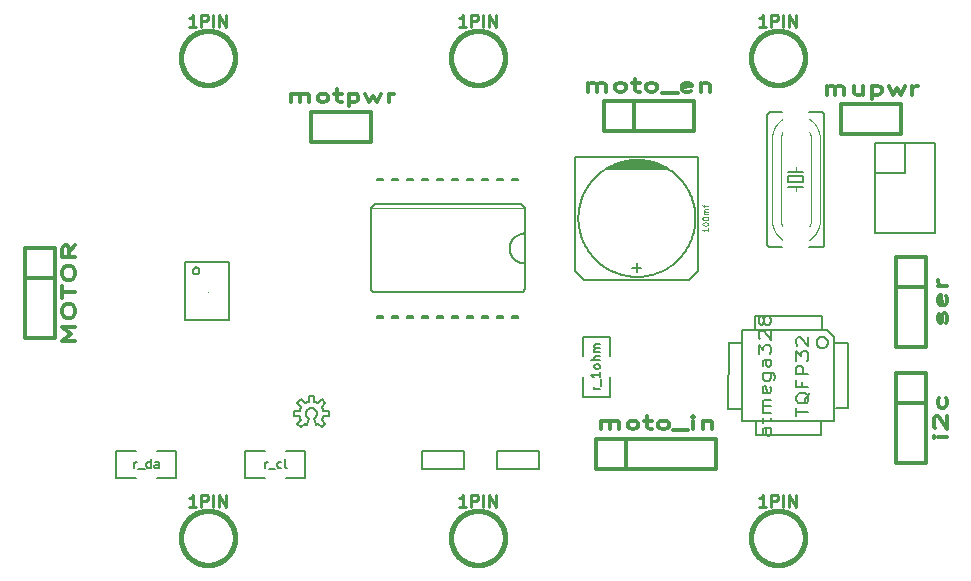
<source format=gto>
G04 ( created by brdgerber.py ( brdgerber.py v0.1 2014-03-12 ) ) date 2021-04-17 02:52:40 EDT*
G04 Gerber Fmt 3.4, Leading zero omitted, Abs format*
%MOIN*%
%FSLAX34Y34*%
G01*
G70*
G90*
G04 APERTURE LIST*
%ADD29C,0.0059*%
%ADD16C,0.0100*%
%ADD22R,0.0260X0.0800*%
%ADD36C,0.0471*%
%ADD11C,0.0200*%
%ADD39R,0.0600X0.0800*%
%ADD10C,0.0400*%
%ADD38C,0.1200*%
%ADD24C,0.0160*%
%ADD27R,0.0709X0.0629*%
%ADD14C,0.0080*%
%ADD37R,0.0760X0.2100*%
%ADD15C,0.0060*%
%ADD20C,0.0472*%
%ADD17R,0.0550X0.0550*%
%ADD12R,0.0866X0.0236*%
%ADD23C,0.0020*%
%ADD33R,0.0787X0.0177*%
%ADD26C,0.0012*%
%ADD32R,0.0177X0.0787*%
%ADD30R,0.0945X0.1575*%
%ADD35R,0.0800X0.0600*%
%ADD40C,0.1600*%
%ADD41C,0.0150*%
%ADD19C,0.0120*%
%ADD31C,0.0047*%
%ADD13C,0.0050*%
%ADD25R,0.0472X0.0275*%
%ADD21R,0.0629X0.0709*%
%ADD18C,0.0550*%
%ADD34C,0.1500*%
%ADD28C,0.0000*%
G04 APERTURE END LIST*
G54D29*
D13*
G01X02708Y20184D02*
G01X02708Y18256D01*
D13*
G01X02708Y18256D02*
G01X01252Y18256D01*
D13*
G01X01252Y18256D02*
G01X01252Y20184D01*
D13*
G01X01252Y20184D02*
G01X02708Y20184D01*
D13*
G01X01718Y19908D02*
G01X01718Y19908D01*
G01X01718Y19911D01*
G01X01718Y19913D01*
G01X01718Y19916D01*
G01X01717Y19919D01*
G01X01717Y19922D01*
G01X01717Y19924D01*
G01X01716Y19927D01*
G01X01716Y19930D01*
G01X01715Y19932D01*
G01X01715Y19935D01*
G01X01714Y19938D01*
G01X01713Y19940D01*
G01X01712Y19943D01*
G01X01712Y19945D01*
G01X01711Y19948D01*
G01X01710Y19950D01*
G01X01708Y19953D01*
G01X01707Y19955D01*
G01X01706Y19958D01*
G01X01705Y19960D01*
G01X01704Y19963D01*
G01X01702Y19965D01*
G01X01701Y19967D01*
G01X01699Y19970D01*
G01X01698Y19972D01*
G01X01696Y19974D01*
G01X01695Y19976D01*
G01X01693Y19978D01*
G01X01691Y19981D01*
G01X01689Y19983D01*
G01X01687Y19985D01*
G01X01685Y19986D01*
G01X01684Y19988D01*
G01X01682Y19990D01*
G01X01680Y19992D01*
G01X01677Y19994D01*
G01X01675Y19996D01*
G01X01673Y19997D01*
G01X01671Y19999D01*
G01X01669Y20000D01*
G01X01666Y20002D01*
G01X01664Y20003D01*
G01X01662Y20005D01*
G01X01659Y20006D01*
G01X01657Y20007D01*
G01X01654Y20008D01*
G01X01652Y20009D01*
G01X01649Y20011D01*
G01X01647Y20012D01*
G01X01644Y20013D01*
G01X01642Y20013D01*
G01X01639Y20014D01*
G01X01637Y20015D01*
G01X01634Y20016D01*
G01X01631Y20016D01*
G01X01629Y20017D01*
G01X01626Y20017D01*
G01X01623Y20018D01*
G01X01621Y20018D01*
G01X01618Y20018D01*
G01X01615Y20019D01*
G01X01612Y20019D01*
G01X01610Y20019D01*
G01X01607Y20019D01*
G01X01604Y20019D01*
G01X01602Y20019D01*
G01X01599Y20019D01*
G01X01596Y20018D01*
G01X01593Y20018D01*
G01X01591Y20018D01*
G01X01588Y20017D01*
G01X01585Y20017D01*
G01X01583Y20016D01*
G01X01580Y20016D01*
G01X01577Y20015D01*
G01X01575Y20014D01*
G01X01572Y20013D01*
G01X01570Y20013D01*
G01X01567Y20012D01*
G01X01565Y20011D01*
G01X01562Y20009D01*
G01X01560Y20008D01*
G01X01557Y20007D01*
G01X01555Y20006D01*
G01X01552Y20005D01*
G01X01550Y20003D01*
G01X01548Y20002D01*
G01X01545Y20000D01*
G01X01543Y19999D01*
G01X01541Y19997D01*
G01X01539Y19996D01*
G01X01537Y19994D01*
G01X01534Y19992D01*
G01X01532Y19990D01*
G01X01530Y19988D01*
G01X01529Y19986D01*
G01X01527Y19985D01*
G01X01525Y19983D01*
G01X01523Y19981D01*
G01X01521Y19978D01*
G01X01519Y19976D01*
G01X01518Y19974D01*
G01X01516Y19972D01*
G01X01515Y19970D01*
G01X01513Y19967D01*
G01X01512Y19965D01*
G01X01510Y19963D01*
G01X01509Y19960D01*
G01X01508Y19958D01*
G01X01507Y19955D01*
G01X01506Y19953D01*
G01X01504Y19950D01*
G01X01503Y19948D01*
G01X01502Y19945D01*
G01X01502Y19943D01*
G01X01501Y19940D01*
G01X01500Y19938D01*
G01X01499Y19935D01*
G01X01499Y19932D01*
G01X01498Y19930D01*
G01X01498Y19927D01*
G01X01497Y19924D01*
G01X01497Y19922D01*
G01X01497Y19919D01*
G01X01496Y19916D01*
G01X01496Y19913D01*
G01X01496Y19911D01*
G01X01496Y19908D01*
G01X01496Y19905D01*
G01X01496Y19903D01*
G01X01496Y19900D01*
G01X01497Y19897D01*
G01X01497Y19894D01*
G01X01497Y19892D01*
G01X01498Y19889D01*
G01X01498Y19886D01*
G01X01499Y19884D01*
G01X01499Y19881D01*
G01X01500Y19878D01*
G01X01501Y19876D01*
G01X01502Y19873D01*
G01X01502Y19871D01*
G01X01503Y19868D01*
G01X01504Y19866D01*
G01X01506Y19863D01*
G01X01507Y19861D01*
G01X01508Y19858D01*
G01X01509Y19856D01*
G01X01510Y19853D01*
G01X01512Y19851D01*
G01X01513Y19849D01*
G01X01515Y19846D01*
G01X01516Y19844D01*
G01X01518Y19842D01*
G01X01519Y19840D01*
G01X01521Y19838D01*
G01X01523Y19835D01*
G01X01525Y19833D01*
G01X01527Y19831D01*
G01X01529Y19830D01*
G01X01530Y19828D01*
G01X01532Y19826D01*
G01X01534Y19824D01*
G01X01537Y19822D01*
G01X01539Y19820D01*
G01X01541Y19819D01*
G01X01543Y19817D01*
G01X01545Y19816D01*
G01X01548Y19814D01*
G01X01550Y19813D01*
G01X01552Y19811D01*
G01X01555Y19810D01*
G01X01557Y19809D01*
G01X01560Y19808D01*
G01X01562Y19807D01*
G01X01565Y19805D01*
G01X01567Y19804D01*
G01X01570Y19803D01*
G01X01572Y19803D01*
G01X01575Y19802D01*
G01X01577Y19801D01*
G01X01580Y19800D01*
G01X01583Y19800D01*
G01X01585Y19799D01*
G01X01588Y19799D01*
G01X01591Y19798D01*
G01X01593Y19798D01*
G01X01596Y19798D01*
G01X01599Y19797D01*
G01X01602Y19797D01*
G01X01604Y19797D01*
G01X01607Y19797D01*
G01X01610Y19797D01*
G01X01612Y19797D01*
G01X01615Y19797D01*
G01X01618Y19798D01*
G01X01621Y19798D01*
G01X01623Y19798D01*
G01X01626Y19799D01*
G01X01629Y19799D01*
G01X01631Y19800D01*
G01X01634Y19800D01*
G01X01637Y19801D01*
G01X01639Y19802D01*
G01X01642Y19803D01*
G01X01644Y19803D01*
G01X01647Y19804D01*
G01X01649Y19805D01*
G01X01652Y19807D01*
G01X01654Y19808D01*
G01X01657Y19809D01*
G01X01659Y19810D01*
G01X01662Y19811D01*
G01X01664Y19813D01*
G01X01666Y19814D01*
G01X01669Y19816D01*
G01X01671Y19817D01*
G01X01673Y19819D01*
G01X01675Y19820D01*
G01X01677Y19822D01*
G01X01680Y19824D01*
G01X01682Y19826D01*
G01X01684Y19828D01*
G01X01685Y19830D01*
G01X01687Y19831D01*
G01X01689Y19833D01*
G01X01691Y19835D01*
G01X01693Y19838D01*
G01X01695Y19840D01*
G01X01696Y19842D01*
G01X01698Y19844D01*
G01X01699Y19846D01*
G01X01701Y19849D01*
G01X01702Y19851D01*
G01X01704Y19853D01*
G01X01705Y19856D01*
G01X01706Y19858D01*
G01X01707Y19861D01*
G01X01708Y19863D01*
G01X01710Y19866D01*
G01X01711Y19868D01*
G01X01712Y19871D01*
G01X01712Y19873D01*
G01X01713Y19876D01*
G01X01714Y19878D01*
G01X01715Y19881D01*
G01X01715Y19884D01*
G01X01716Y19886D01*
G01X01716Y19889D01*
G01X01717Y19892D01*
G01X01717Y19894D01*
G01X01717Y19897D01*
G01X01718Y19900D01*
G01X01718Y19903D01*
G01X01718Y19905D01*
G01X01718Y19908D01*
D19*
G01X23100Y24450D02*
G01X23100Y25450D01*
D19*
G01X23100Y25450D02*
G01X25100Y25450D01*
D19*
G01X25100Y25450D02*
G01X25100Y24450D01*
D19*
G01X25100Y24450D02*
G01X23100Y24450D01*
D19*
G01X22625Y25777D02*
G01X22625Y26062D01*
D19*
G01X22625Y26021D02*
G01X22657Y26042D01*
G01X22722Y26062D01*
G01X22819Y26062D01*
G01X22884Y26042D01*
G01X22916Y26001D01*
G01X22916Y25777D01*
D19*
G01X22916Y26001D02*
G01X22949Y26042D01*
G01X23014Y26062D01*
G01X23111Y26062D01*
G01X23176Y26042D01*
G01X23208Y26001D01*
G01X23208Y25777D01*
D19*
G01X23824Y26062D02*
G01X23824Y25777D01*
D19*
G01X23533Y26062D02*
G01X23533Y25838D01*
G01X23565Y25797D01*
G01X23630Y25777D01*
G01X23727Y25777D01*
G01X23792Y25797D01*
G01X23824Y25818D01*
D19*
G01X24149Y26062D02*
G01X24149Y25634D01*
D19*
G01X24149Y26042D02*
G01X24213Y26062D01*
G01X24343Y26062D01*
G01X24408Y26042D01*
G01X24440Y26021D01*
G01X24473Y25981D01*
G01X24473Y25858D01*
G01X24440Y25818D01*
G01X24408Y25797D01*
G01X24343Y25777D01*
G01X24213Y25777D01*
G01X24149Y25797D01*
D19*
G01X24700Y26062D02*
G01X24830Y25777D01*
G01X24959Y25981D01*
G01X25089Y25777D01*
G01X25219Y26062D01*
D19*
G01X25478Y25777D02*
G01X25478Y26062D01*
D19*
G01X25478Y25981D02*
G01X25511Y26021D01*
G01X25543Y26042D01*
G01X25608Y26062D01*
G01X25673Y26062D01*
D19*
G01X14950Y14300D02*
G01X14950Y14300D01*
D19*
G01X14950Y13300D02*
G01X14950Y14300D01*
D19*
G01X14950Y14300D02*
G01X14950Y14300D01*
D19*
G01X14950Y14300D02*
G01X18950Y14300D01*
D19*
G01X18950Y14300D02*
G01X18950Y13300D01*
D19*
G01X18950Y13300D02*
G01X14950Y13300D01*
D19*
G01X15950Y13300D02*
G01X15950Y14300D01*
D19*
G01X15112Y14627D02*
G01X15112Y14912D01*
D19*
G01X15112Y14871D02*
G01X15145Y14892D01*
G01X15210Y14912D01*
G01X15308Y14912D01*
G01X15373Y14892D01*
G01X15405Y14851D01*
G01X15405Y14627D01*
D19*
G01X15405Y14851D02*
G01X15438Y14892D01*
G01X15503Y14912D01*
G01X15600Y14912D01*
G01X15665Y14892D01*
G01X15698Y14851D01*
G01X15698Y14627D01*
D19*
G01X16121Y14627D02*
G01X16056Y14647D01*
G01X16023Y14668D01*
G01X15991Y14708D01*
G01X15991Y14831D01*
G01X16023Y14871D01*
G01X16056Y14892D01*
G01X16121Y14912D01*
G01X16218Y14912D01*
G01X16283Y14892D01*
G01X16316Y14871D01*
G01X16348Y14831D01*
G01X16348Y14708D01*
G01X16316Y14668D01*
G01X16283Y14647D01*
G01X16218Y14627D01*
G01X16121Y14627D01*
D19*
G01X16543Y14912D02*
G01X16804Y14912D01*
D19*
G01X16641Y15055D02*
G01X16641Y14688D01*
G01X16674Y14647D01*
G01X16739Y14627D01*
G01X16804Y14627D01*
D19*
G01X17129Y14627D02*
G01X17064Y14647D01*
G01X17031Y14668D01*
G01X16999Y14708D01*
G01X16999Y14831D01*
G01X17031Y14871D01*
G01X17064Y14892D01*
G01X17129Y14912D01*
G01X17226Y14912D01*
G01X17291Y14892D01*
G01X17324Y14871D01*
G01X17357Y14831D01*
G01X17357Y14708D01*
G01X17324Y14668D01*
G01X17291Y14647D01*
G01X17226Y14627D01*
G01X17129Y14627D01*
D19*
G01X17487Y14586D02*
G01X18007Y14586D01*
D19*
G01X18170Y14627D02*
G01X18170Y14912D01*
D19*
G01X18170Y15055D02*
G01X18137Y15034D01*
G01X18170Y15014D01*
G01X18202Y15034D01*
G01X18170Y15055D01*
G01X18170Y15014D01*
D19*
G01X18495Y14912D02*
G01X18495Y14627D01*
D19*
G01X18495Y14871D02*
G01X18527Y14892D01*
G01X18592Y14912D01*
G01X18690Y14912D01*
G01X18755Y14892D01*
G01X18788Y14851D01*
G01X18788Y14627D01*
D19*
G01X24950Y16500D02*
G01X25950Y16500D01*
D19*
G01X25950Y16500D02*
G01X25950Y13500D01*
D19*
G01X25950Y13500D02*
G01X24950Y13500D01*
D19*
G01X24950Y13500D02*
G01X24950Y16500D01*
D19*
G01X25950Y15500D02*
G01X24950Y15500D01*
D19*
G01X26622Y14362D02*
G01X26339Y14362D01*
D19*
G01X26198Y14362D02*
G01X26218Y14329D01*
G01X26238Y14362D01*
G01X26218Y14396D01*
G01X26198Y14362D01*
G01X26238Y14362D01*
D19*
G01X26238Y14664D02*
G01X26218Y14698D01*
G01X26198Y14765D01*
G01X26198Y14933D01*
G01X26218Y15000D01*
G01X26238Y15034D01*
G01X26278Y15067D01*
G01X26319Y15067D01*
G01X26379Y15034D01*
G01X26622Y14631D01*
G01X26622Y15067D01*
D19*
G01X26601Y15671D02*
G01X26622Y15604D01*
G01X26622Y15470D01*
G01X26601Y15403D01*
G01X26581Y15369D01*
G01X26541Y15336D01*
G01X26420Y15336D01*
G01X26379Y15369D01*
G01X26359Y15403D01*
G01X26339Y15470D01*
G01X26339Y15604D01*
G01X26359Y15671D01*
D19*
G01X15200Y24550D02*
G01X15200Y25550D01*
D19*
G01X15200Y25550D02*
G01X18200Y25550D01*
D19*
G01X18200Y25550D02*
G01X18200Y24550D01*
D19*
G01X18200Y24550D02*
G01X15200Y24550D01*
D19*
G01X16200Y25550D02*
G01X16200Y24550D01*
D19*
G01X14669Y25878D02*
G01X14669Y26161D01*
D19*
G01X14669Y26121D02*
G01X14703Y26141D01*
G01X14770Y26161D01*
G01X14870Y26161D01*
G01X14937Y26141D01*
G01X14971Y26100D01*
G01X14971Y25878D01*
D19*
G01X14971Y26100D02*
G01X15005Y26141D01*
G01X15072Y26161D01*
G01X15172Y26161D01*
G01X15240Y26141D01*
G01X15273Y26100D01*
G01X15273Y25878D01*
D19*
G01X15710Y25878D02*
G01X15642Y25899D01*
G01X15609Y25919D01*
G01X15575Y25959D01*
G01X15575Y26080D01*
G01X15609Y26121D01*
G01X15642Y26141D01*
G01X15710Y26161D01*
G01X15810Y26161D01*
G01X15877Y26141D01*
G01X15911Y26121D01*
G01X15945Y26080D01*
G01X15945Y25959D01*
G01X15911Y25919D01*
G01X15877Y25899D01*
G01X15810Y25878D01*
G01X15710Y25878D01*
D19*
G01X16146Y26161D02*
G01X16415Y26161D01*
D19*
G01X16247Y26302D02*
G01X16247Y25939D01*
G01X16280Y25899D01*
G01X16348Y25878D01*
G01X16415Y25878D01*
D19*
G01X16750Y25878D02*
G01X16683Y25899D01*
G01X16650Y25919D01*
G01X16616Y25959D01*
G01X16616Y26080D01*
G01X16650Y26121D01*
G01X16683Y26141D01*
G01X16750Y26161D01*
G01X16851Y26161D01*
G01X16918Y26141D01*
G01X16952Y26121D01*
G01X16985Y26080D01*
G01X16985Y25959D01*
G01X16952Y25919D01*
G01X16918Y25899D01*
G01X16851Y25878D01*
G01X16750Y25878D01*
D19*
G01X17120Y25838D02*
G01X17657Y25838D01*
D19*
G01X18093Y25899D02*
G01X18026Y25878D01*
G01X17892Y25878D01*
G01X17825Y25899D01*
G01X17791Y25939D01*
G01X17791Y26100D01*
G01X17825Y26141D01*
G01X17892Y26161D01*
G01X18026Y26161D01*
G01X18093Y26141D01*
G01X18127Y26100D01*
G01X18127Y26060D01*
G01X17791Y26020D01*
D19*
G01X18429Y26161D02*
G01X18429Y25878D01*
D19*
G01X18429Y26121D02*
G01X18462Y26141D01*
G01X18530Y26161D01*
G01X18630Y26161D01*
G01X18698Y26141D01*
G01X18731Y26100D01*
G01X18731Y25878D01*
D15*
G01X07590Y19180D02*
G01X12410Y19180D01*
D15*
G01X07590Y22120D02*
G01X07586Y22120D01*
G01X07583Y22120D01*
G01X07579Y22120D01*
G01X07575Y22119D01*
G01X07572Y22119D01*
G01X07568Y22118D01*
G01X07564Y22118D01*
G01X07561Y22117D01*
G01X07557Y22116D01*
G01X07554Y22116D01*
G01X07550Y22115D01*
G01X07546Y22114D01*
G01X07543Y22112D01*
G01X07539Y22111D01*
G01X07536Y22110D01*
G01X07533Y22109D01*
G01X07529Y22107D01*
G01X07526Y22106D01*
G01X07523Y22104D01*
G01X07519Y22102D01*
G01X07516Y22101D01*
G01X07513Y22099D01*
G01X07510Y22097D01*
G01X07507Y22095D01*
G01X07504Y22093D01*
G01X07501Y22090D01*
G01X07498Y22088D01*
G01X07495Y22086D01*
G01X07492Y22084D01*
G01X07489Y22081D01*
G01X07487Y22079D01*
G01X07484Y22076D01*
G01X07481Y22073D01*
G01X07479Y22071D01*
G01X07476Y22068D01*
G01X07474Y22065D01*
G01X07472Y22062D01*
G01X07470Y22059D01*
G01X07467Y22056D01*
G01X07465Y22053D01*
G01X07463Y22050D01*
G01X07461Y22047D01*
G01X07459Y22044D01*
G01X07458Y22041D01*
G01X07456Y22037D01*
G01X07454Y22034D01*
G01X07453Y22031D01*
G01X07451Y22027D01*
G01X07450Y22024D01*
G01X07449Y22021D01*
G01X07448Y22017D01*
G01X07446Y22014D01*
G01X07445Y22010D01*
G01X07444Y22006D01*
G01X07444Y22003D01*
G01X07443Y21999D01*
G01X07442Y21996D01*
G01X07442Y21992D01*
G01X07441Y21988D01*
G01X07441Y21985D01*
G01X07440Y21981D01*
G01X07440Y21977D01*
G01X07440Y21974D01*
G01X07440Y21970D01*
D15*
G01X12560Y19330D02*
G01X12560Y19326D01*
G01X12560Y19323D01*
G01X12560Y19319D01*
G01X12559Y19315D01*
G01X12559Y19312D01*
G01X12558Y19308D01*
G01X12558Y19304D01*
G01X12557Y19301D01*
G01X12556Y19297D01*
G01X12556Y19294D01*
G01X12555Y19290D01*
G01X12554Y19286D01*
G01X12552Y19283D01*
G01X12551Y19279D01*
G01X12550Y19276D01*
G01X12549Y19273D01*
G01X12547Y19269D01*
G01X12546Y19266D01*
G01X12544Y19263D01*
G01X12542Y19259D01*
G01X12541Y19256D01*
G01X12539Y19253D01*
G01X12537Y19250D01*
G01X12535Y19247D01*
G01X12533Y19244D01*
G01X12530Y19241D01*
G01X12528Y19238D01*
G01X12526Y19235D01*
G01X12524Y19232D01*
G01X12521Y19229D01*
G01X12519Y19227D01*
G01X12516Y19224D01*
G01X12513Y19221D01*
G01X12511Y19219D01*
G01X12508Y19216D01*
G01X12505Y19214D01*
G01X12502Y19212D01*
G01X12499Y19210D01*
G01X12496Y19207D01*
G01X12493Y19205D01*
G01X12490Y19203D01*
G01X12487Y19201D01*
G01X12484Y19199D01*
G01X12481Y19198D01*
G01X12477Y19196D01*
G01X12474Y19194D01*
G01X12471Y19193D01*
G01X12467Y19191D01*
G01X12464Y19190D01*
G01X12461Y19189D01*
G01X12457Y19188D01*
G01X12454Y19186D01*
G01X12450Y19185D01*
G01X12446Y19184D01*
G01X12443Y19184D01*
G01X12439Y19183D01*
G01X12436Y19182D01*
G01X12432Y19182D01*
G01X12428Y19181D01*
G01X12425Y19181D01*
G01X12421Y19180D01*
G01X12417Y19180D01*
G01X12414Y19180D01*
G01X12410Y19180D01*
D15*
G01X07590Y19180D02*
G01X07586Y19180D01*
G01X07583Y19180D01*
G01X07579Y19180D01*
G01X07575Y19181D01*
G01X07572Y19181D01*
G01X07568Y19182D01*
G01X07564Y19182D01*
G01X07561Y19183D01*
G01X07557Y19184D01*
G01X07554Y19184D01*
G01X07550Y19185D01*
G01X07546Y19186D01*
G01X07543Y19188D01*
G01X07539Y19189D01*
G01X07536Y19190D01*
G01X07533Y19191D01*
G01X07529Y19193D01*
G01X07526Y19194D01*
G01X07523Y19196D01*
G01X07519Y19198D01*
G01X07516Y19199D01*
G01X07513Y19201D01*
G01X07510Y19203D01*
G01X07507Y19205D01*
G01X07504Y19207D01*
G01X07501Y19210D01*
G01X07498Y19212D01*
G01X07495Y19214D01*
G01X07492Y19216D01*
G01X07489Y19219D01*
G01X07487Y19221D01*
G01X07484Y19224D01*
G01X07481Y19227D01*
G01X07479Y19229D01*
G01X07476Y19232D01*
G01X07474Y19235D01*
G01X07472Y19238D01*
G01X07470Y19241D01*
G01X07467Y19244D01*
G01X07465Y19247D01*
G01X07463Y19250D01*
G01X07461Y19253D01*
G01X07459Y19256D01*
G01X07458Y19259D01*
G01X07456Y19263D01*
G01X07454Y19266D01*
G01X07453Y19269D01*
G01X07451Y19273D01*
G01X07450Y19276D01*
G01X07449Y19279D01*
G01X07448Y19283D01*
G01X07446Y19286D01*
G01X07445Y19290D01*
G01X07444Y19294D01*
G01X07444Y19297D01*
G01X07443Y19301D01*
G01X07442Y19304D01*
G01X07442Y19308D01*
G01X07441Y19312D01*
G01X07441Y19315D01*
G01X07440Y19319D01*
G01X07440Y19323D01*
G01X07440Y19326D01*
G01X07440Y19330D01*
D15*
G01X12560Y21970D02*
G01X12560Y21974D01*
G01X12560Y21977D01*
G01X12560Y21981D01*
G01X12559Y21985D01*
G01X12559Y21988D01*
G01X12558Y21992D01*
G01X12558Y21996D01*
G01X12557Y21999D01*
G01X12556Y22003D01*
G01X12556Y22006D01*
G01X12555Y22010D01*
G01X12554Y22014D01*
G01X12552Y22017D01*
G01X12551Y22021D01*
G01X12550Y22024D01*
G01X12549Y22027D01*
G01X12547Y22031D01*
G01X12546Y22034D01*
G01X12544Y22037D01*
G01X12542Y22041D01*
G01X12541Y22044D01*
G01X12539Y22047D01*
G01X12537Y22050D01*
G01X12535Y22053D01*
G01X12533Y22056D01*
G01X12530Y22059D01*
G01X12528Y22062D01*
G01X12526Y22065D01*
G01X12524Y22068D01*
G01X12521Y22071D01*
G01X12519Y22073D01*
G01X12516Y22076D01*
G01X12513Y22079D01*
G01X12511Y22081D01*
G01X12508Y22084D01*
G01X12505Y22086D01*
G01X12502Y22088D01*
G01X12499Y22090D01*
G01X12496Y22093D01*
G01X12493Y22095D01*
G01X12490Y22097D01*
G01X12487Y22099D01*
G01X12484Y22101D01*
G01X12481Y22102D01*
G01X12477Y22104D01*
G01X12474Y22106D01*
G01X12471Y22107D01*
G01X12467Y22109D01*
G01X12464Y22110D01*
G01X12461Y22111D01*
G01X12457Y22112D01*
G01X12454Y22114D01*
G01X12450Y22115D01*
G01X12446Y22116D01*
G01X12443Y22116D01*
G01X12439Y22117D01*
G01X12436Y22118D01*
G01X12432Y22118D01*
G01X12428Y22119D01*
G01X12425Y22119D01*
G01X12421Y22120D01*
G01X12417Y22120D01*
G01X12414Y22120D01*
G01X12410Y22120D01*
D15*
G01X12410Y22120D02*
G01X07590Y22120D01*
D15*
G01X07440Y21970D02*
G01X07440Y19330D01*
D15*
G01X12560Y19330D02*
G01X12560Y20150D01*
D15*
G01X12560Y20150D02*
G01X12560Y21150D01*
D15*
G01X12560Y21150D02*
G01X12560Y21970D01*
D23*
G01X12550Y21980D02*
G01X07450Y21980D01*
D15*
G01X12560Y20150D02*
G01X12535Y20151D01*
G01X12511Y20152D01*
G01X12487Y20155D01*
G01X12462Y20160D01*
G01X12439Y20165D01*
G01X12415Y20172D01*
G01X12392Y20179D01*
G01X12369Y20188D01*
G01X12346Y20198D01*
G01X12324Y20209D01*
G01X12303Y20221D01*
G01X12282Y20234D01*
G01X12262Y20248D01*
G01X12243Y20263D01*
G01X12224Y20280D01*
G01X12206Y20296D01*
G01X12190Y20314D01*
G01X12173Y20333D01*
G01X12158Y20352D01*
G01X12144Y20372D01*
G01X12131Y20393D01*
G01X12119Y20414D01*
G01X12108Y20436D01*
G01X12098Y20459D01*
G01X12089Y20482D01*
G01X12082Y20505D01*
G01X12075Y20529D01*
G01X12070Y20552D01*
G01X12065Y20577D01*
G01X12062Y20601D01*
G01X12061Y20625D01*
G01X12060Y20650D01*
G01X12061Y20675D01*
G01X12062Y20699D01*
G01X12065Y20723D01*
G01X12070Y20748D01*
G01X12075Y20771D01*
G01X12082Y20795D01*
G01X12089Y20818D01*
G01X12098Y20841D01*
G01X12108Y20864D01*
G01X12119Y20886D01*
G01X12131Y20907D01*
G01X12144Y20928D01*
G01X12158Y20948D01*
G01X12173Y20967D01*
G01X12190Y20986D01*
G01X12206Y21004D01*
G01X12224Y21020D01*
G01X12243Y21037D01*
G01X12262Y21052D01*
G01X12282Y21066D01*
G01X12303Y21079D01*
G01X12324Y21091D01*
G01X12346Y21102D01*
G01X12369Y21112D01*
G01X12392Y21121D01*
G01X12415Y21128D01*
G01X12439Y21135D01*
G01X12462Y21140D01*
G01X12487Y21145D01*
G01X12511Y21148D01*
G01X12535Y21149D01*
G01X12560Y21150D01*
D13*
G01X12350Y22970D02*
G01X12150Y22970D01*
D13*
G01X12150Y22970D02*
G01X12150Y22920D01*
D13*
G01X12150Y22920D02*
G01X12350Y22920D01*
D13*
G01X12350Y22920D02*
G01X12350Y22970D01*
D13*
G01X11850Y22970D02*
G01X11650Y22970D01*
D13*
G01X11650Y22970D02*
G01X11650Y22920D01*
D13*
G01X11650Y22920D02*
G01X11850Y22920D01*
D13*
G01X11850Y22920D02*
G01X11850Y22970D01*
D13*
G01X11350Y22970D02*
G01X11150Y22970D01*
D13*
G01X11150Y22970D02*
G01X11150Y22920D01*
D13*
G01X11150Y22920D02*
G01X11350Y22920D01*
D13*
G01X11350Y22920D02*
G01X11350Y22970D01*
D13*
G01X10850Y22970D02*
G01X10650Y22970D01*
D13*
G01X10650Y22970D02*
G01X10650Y22920D01*
D13*
G01X10650Y22920D02*
G01X10850Y22920D01*
D13*
G01X10850Y22920D02*
G01X10850Y22970D01*
D13*
G01X10350Y22970D02*
G01X10150Y22970D01*
D13*
G01X10150Y22970D02*
G01X10150Y22920D01*
D13*
G01X10150Y22920D02*
G01X10350Y22920D01*
D13*
G01X10350Y22920D02*
G01X10350Y22970D01*
D13*
G01X09850Y22970D02*
G01X09650Y22970D01*
D13*
G01X09650Y22970D02*
G01X09650Y22920D01*
D13*
G01X09650Y22920D02*
G01X09850Y22920D01*
D13*
G01X09850Y22920D02*
G01X09850Y22970D01*
D13*
G01X09350Y22970D02*
G01X09150Y22970D01*
D13*
G01X09150Y22970D02*
G01X09150Y22920D01*
D13*
G01X09150Y22920D02*
G01X09350Y22920D01*
D13*
G01X09350Y22920D02*
G01X09350Y22970D01*
D13*
G01X08850Y22970D02*
G01X08650Y22970D01*
D13*
G01X08650Y22970D02*
G01X08650Y22920D01*
D13*
G01X08650Y22920D02*
G01X08850Y22920D01*
D13*
G01X08850Y22920D02*
G01X08850Y22970D01*
D13*
G01X12350Y18380D02*
G01X12150Y18380D01*
D13*
G01X12150Y18380D02*
G01X12150Y18330D01*
D13*
G01X12150Y18330D02*
G01X12350Y18330D01*
D13*
G01X12350Y18330D02*
G01X12350Y18380D01*
D13*
G01X11850Y18380D02*
G01X11650Y18380D01*
D13*
G01X11650Y18380D02*
G01X11650Y18330D01*
D13*
G01X11650Y18330D02*
G01X11850Y18330D01*
D13*
G01X11850Y18330D02*
G01X11850Y18380D01*
D13*
G01X11350Y18380D02*
G01X11150Y18380D01*
D13*
G01X11150Y18380D02*
G01X11150Y18330D01*
D13*
G01X11150Y18330D02*
G01X11350Y18330D01*
D13*
G01X11350Y18330D02*
G01X11350Y18380D01*
D13*
G01X10850Y18380D02*
G01X10650Y18380D01*
D13*
G01X10650Y18380D02*
G01X10650Y18330D01*
D13*
G01X10650Y18330D02*
G01X10850Y18330D01*
D13*
G01X10850Y18330D02*
G01X10850Y18380D01*
D13*
G01X10350Y18380D02*
G01X10150Y18380D01*
D13*
G01X10150Y18380D02*
G01X10150Y18330D01*
D13*
G01X10150Y18330D02*
G01X10350Y18330D01*
D13*
G01X10350Y18330D02*
G01X10350Y18380D01*
D13*
G01X09850Y18380D02*
G01X09650Y18380D01*
D13*
G01X09650Y18380D02*
G01X09650Y18330D01*
D13*
G01X09650Y18330D02*
G01X09850Y18330D01*
D13*
G01X09850Y18330D02*
G01X09850Y18380D01*
D13*
G01X09350Y18380D02*
G01X09150Y18380D01*
D13*
G01X09150Y18380D02*
G01X09150Y18330D01*
D13*
G01X09150Y18330D02*
G01X09350Y18330D01*
D13*
G01X09350Y18330D02*
G01X09350Y18380D01*
D13*
G01X08850Y18380D02*
G01X08650Y18380D01*
D13*
G01X08650Y18380D02*
G01X08650Y18330D01*
D13*
G01X08650Y18330D02*
G01X08850Y18330D01*
D13*
G01X08850Y18330D02*
G01X08850Y18380D01*
D13*
G01X08350Y18380D02*
G01X08150Y18380D01*
D13*
G01X08150Y18380D02*
G01X08150Y18330D01*
D13*
G01X08150Y18330D02*
G01X08350Y18330D01*
D13*
G01X08350Y18330D02*
G01X08350Y18380D01*
D13*
G01X07850Y18380D02*
G01X07650Y18380D01*
D13*
G01X07650Y18380D02*
G01X07650Y18330D01*
D13*
G01X07650Y18330D02*
G01X07850Y18330D01*
D13*
G01X07850Y18330D02*
G01X07850Y18380D01*
D13*
G01X08350Y22970D02*
G01X08150Y22970D01*
D13*
G01X08150Y22970D02*
G01X08150Y22920D01*
D13*
G01X08150Y22920D02*
G01X08350Y22920D01*
D13*
G01X08350Y22920D02*
G01X08350Y22970D01*
D13*
G01X07850Y22970D02*
G01X07650Y22970D01*
D13*
G01X07650Y22970D02*
G01X07650Y22920D01*
D13*
G01X07650Y22920D02*
G01X07850Y22920D01*
D13*
G01X07850Y22920D02*
G01X07850Y22970D01*
D13*
G01X13050Y13300D02*
G01X11650Y13300D01*
D13*
G01X11650Y13300D02*
G01X11650Y13900D01*
D13*
G01X11650Y13900D02*
G01X13050Y13900D01*
D13*
G01X13050Y13900D02*
G01X13050Y13300D01*
D19*
G01X05450Y24200D02*
G01X05450Y25200D01*
D19*
G01X05450Y25200D02*
G01X07450Y25200D01*
D19*
G01X07450Y25200D02*
G01X07450Y24200D01*
D19*
G01X07450Y24200D02*
G01X05450Y24200D01*
D19*
G01X04780Y25527D02*
G01X04780Y25812D01*
D19*
G01X04780Y25771D02*
G01X04812Y25792D01*
G01X04877Y25812D01*
G01X04975Y25812D01*
G01X05039Y25792D01*
G01X05072Y25751D01*
G01X05072Y25527D01*
D19*
G01X05072Y25751D02*
G01X05104Y25792D01*
G01X05169Y25812D01*
G01X05266Y25812D01*
G01X05331Y25792D01*
G01X05364Y25751D01*
G01X05364Y25527D01*
D19*
G01X05785Y25527D02*
G01X05720Y25547D01*
G01X05688Y25568D01*
G01X05655Y25608D01*
G01X05655Y25731D01*
G01X05688Y25771D01*
G01X05720Y25792D01*
G01X05785Y25812D01*
G01X05883Y25812D01*
G01X05947Y25792D01*
G01X05980Y25771D01*
G01X06012Y25731D01*
G01X06012Y25608D01*
G01X05980Y25568D01*
G01X05947Y25547D01*
G01X05883Y25527D01*
G01X05785Y25527D01*
D19*
G01X06207Y25812D02*
G01X06466Y25812D01*
D19*
G01X06304Y25955D02*
G01X06304Y25588D01*
G01X06337Y25547D01*
G01X06401Y25527D01*
G01X06466Y25527D01*
D19*
G01X06693Y25812D02*
G01X06693Y25384D01*
D19*
G01X06693Y25792D02*
G01X06758Y25812D01*
G01X06888Y25812D01*
G01X06953Y25792D01*
G01X06985Y25771D01*
G01X07017Y25731D01*
G01X07017Y25608D01*
G01X06985Y25568D01*
G01X06953Y25547D01*
G01X06888Y25527D01*
G01X06758Y25527D01*
G01X06693Y25547D01*
D19*
G01X07245Y25812D02*
G01X07374Y25527D01*
G01X07504Y25731D01*
G01X07634Y25527D01*
G01X07763Y25812D01*
D19*
G01X08023Y25527D02*
G01X08023Y25812D01*
D19*
G01X08023Y25731D02*
G01X08055Y25771D01*
G01X08088Y25792D01*
G01X08152Y25812D01*
G01X08217Y25812D01*
D19*
G01X-04100Y20650D02*
G01X-03100Y20650D01*
D19*
G01X-03100Y20650D02*
G01X-03100Y17650D01*
D19*
G01X-03100Y17650D02*
G01X-04100Y17650D01*
D19*
G01X-04100Y17650D02*
G01X-04100Y20650D01*
D19*
G01X-03100Y19650D02*
G01X-04100Y19650D01*
D19*
G01X-02428Y17555D02*
G01X-02852Y17555D01*
G01X-02550Y17790D01*
G01X-02852Y18025D01*
G01X-02428Y18025D01*
D19*
G01X-02852Y18495D02*
G01X-02852Y18630D01*
G01X-02832Y18697D01*
G01X-02792Y18764D01*
G01X-02711Y18798D01*
G01X-02570Y18798D01*
G01X-02489Y18764D01*
G01X-02449Y18697D01*
G01X-02428Y18630D01*
G01X-02428Y18495D01*
G01X-02449Y18428D01*
G01X-02489Y18361D01*
G01X-02570Y18328D01*
G01X-02711Y18328D01*
G01X-02792Y18361D01*
G01X-02832Y18428D01*
G01X-02852Y18495D01*
D19*
G01X-02852Y18999D02*
G01X-02852Y19402D01*
D19*
G01X-02428Y19200D02*
G01X-02852Y19200D01*
D19*
G01X-02852Y19771D02*
G01X-02852Y19905D01*
G01X-02832Y19972D01*
G01X-02792Y20040D01*
G01X-02711Y20073D01*
G01X-02570Y20073D01*
G01X-02489Y20040D01*
G01X-02449Y19972D01*
G01X-02428Y19905D01*
G01X-02428Y19771D01*
G01X-02449Y19704D01*
G01X-02489Y19637D01*
G01X-02570Y19603D01*
G01X-02711Y19603D01*
G01X-02792Y19637D01*
G01X-02832Y19704D01*
G01X-02852Y19771D01*
D19*
G01X-02428Y20778D02*
G01X-02630Y20543D01*
D19*
G01X-02428Y20375D02*
G01X-02852Y20375D01*
G01X-02852Y20644D01*
G01X-02832Y20711D01*
G01X-02812Y20745D01*
G01X-02772Y20778D01*
G01X-02711Y20778D01*
G01X-02671Y20745D01*
G01X-02650Y20711D01*
G01X-02630Y20644D01*
G01X-02630Y20375D01*
D13*
G01X10550Y13300D02*
G01X09150Y13300D01*
D13*
G01X09150Y13300D02*
G01X09150Y13900D01*
D13*
G01X09150Y13900D02*
G01X10550Y13900D01*
D13*
G01X10550Y13900D02*
G01X10550Y13300D01*
D29*
G01X05605Y14775D02*
G01X05606Y14775D01*
G01X05607Y14776D01*
G01X05608Y14776D01*
G01X05609Y14777D01*
G01X05610Y14777D01*
G01X05611Y14777D01*
G01X05612Y14778D01*
G01X05613Y14778D01*
G01X05614Y14779D01*
G01X05615Y14779D01*
G01X05616Y14780D01*
G01X05616Y14780D01*
G01X05617Y14780D01*
G01X05618Y14781D01*
G01X05619Y14781D01*
G01X05620Y14782D01*
G01X05621Y14782D01*
G01X05622Y14783D01*
G01X05623Y14783D01*
G01X05624Y14783D01*
G01X05625Y14784D01*
G01X05626Y14784D01*
G01X05627Y14785D01*
G01X05628Y14785D01*
G01X05629Y14786D01*
G01X05630Y14786D01*
G01X05631Y14787D01*
G01X05631Y14787D01*
G01X05632Y14788D01*
G01X05633Y14788D01*
G01X05634Y14788D01*
G01X05635Y14789D01*
G01X05636Y14789D01*
G01X05637Y14790D01*
G01X05638Y14790D01*
G01X05639Y14791D01*
G01X05640Y14791D01*
G01X05641Y14792D01*
G01X05642Y14792D01*
G01X05643Y14793D01*
G01X05643Y14793D01*
G01X05644Y14794D01*
G01X05645Y14794D01*
G01X05646Y14795D01*
G01X05647Y14795D01*
G01X05648Y14796D01*
G01X05649Y14796D01*
G01X05650Y14797D01*
G01X05651Y14797D01*
G01X05652Y14798D01*
G01X05653Y14798D01*
G01X05653Y14799D01*
G01X05654Y14799D01*
G01X05655Y14800D01*
G01X05656Y14801D01*
G01X05657Y14801D01*
G01X05658Y14802D01*
G01X05659Y14802D01*
G01X05660Y14803D01*
G01X05661Y14803D01*
G01X05662Y14804D01*
G01X05662Y14804D01*
G01X05663Y14805D01*
G01X05664Y14805D01*
D29*
G01X05665Y14806D02*
G01X05813Y14685D01*
D29*
G01X05813Y14685D02*
G01X05915Y14787D01*
D29*
G01X05915Y14787D02*
G01X05794Y14935D01*
D29*
G01X05794Y14935D02*
G01X05795Y14937D01*
G01X05796Y14939D01*
G01X05797Y14940D01*
G01X05798Y14942D01*
G01X05799Y14944D01*
G01X05801Y14946D01*
G01X05802Y14948D01*
G01X05803Y14949D01*
G01X05804Y14951D01*
G01X05805Y14953D01*
G01X05806Y14955D01*
G01X05807Y14957D01*
G01X05808Y14959D01*
G01X05809Y14960D01*
G01X05810Y14962D01*
G01X05811Y14964D01*
G01X05812Y14966D01*
G01X05813Y14968D01*
G01X05813Y14970D01*
G01X05814Y14972D01*
G01X05815Y14974D01*
G01X05816Y14976D01*
G01X05817Y14977D01*
G01X05818Y14979D01*
G01X05819Y14981D01*
G01X05820Y14983D01*
G01X05821Y14985D01*
G01X05821Y14987D01*
G01X05822Y14989D01*
G01X05823Y14991D01*
G01X05824Y14993D01*
G01X05825Y14995D01*
G01X05826Y14997D01*
G01X05826Y14999D01*
G01X05827Y15001D01*
G01X05828Y15003D01*
G01X05829Y15004D01*
G01X05829Y15006D01*
G01X05830Y15008D01*
G01X05831Y15010D01*
G01X05832Y15012D01*
G01X05832Y15014D01*
G01X05833Y15016D01*
G01X05834Y15018D01*
G01X05834Y15020D01*
G01X05835Y15022D01*
G01X05836Y15024D01*
G01X05836Y15026D01*
G01X05837Y15028D01*
G01X05838Y15030D01*
G01X05838Y15032D01*
G01X05839Y15034D01*
G01X05839Y15036D01*
G01X05840Y15038D01*
G01X05841Y15040D01*
G01X05841Y15042D01*
G01X05842Y15044D01*
G01X05842Y15046D01*
G01X05843Y15049D01*
G01X05843Y15051D01*
G01X05844Y15053D01*
G01X05844Y15055D01*
G01X05845Y15057D01*
G01X05845Y15059D01*
D29*
G01X05845Y15059D02*
G01X06036Y15079D01*
D29*
G01X06036Y15079D02*
G01X06036Y15221D01*
D29*
G01X06036Y15221D02*
G01X05845Y15241D01*
D29*
G01X05845Y15241D02*
G01X05845Y15243D01*
G01X05844Y15245D01*
G01X05844Y15247D01*
G01X05843Y15249D01*
G01X05843Y15251D01*
G01X05842Y15253D01*
G01X05841Y15255D01*
G01X05841Y15257D01*
G01X05840Y15259D01*
G01X05840Y15261D01*
G01X05839Y15263D01*
G01X05839Y15265D01*
G01X05838Y15267D01*
G01X05837Y15269D01*
G01X05837Y15271D01*
G01X05836Y15273D01*
G01X05835Y15275D01*
G01X05835Y15277D01*
G01X05834Y15279D01*
G01X05833Y15281D01*
G01X05833Y15283D01*
G01X05832Y15285D01*
G01X05831Y15287D01*
G01X05831Y15289D01*
G01X05830Y15291D01*
G01X05829Y15293D01*
G01X05828Y15295D01*
G01X05828Y15297D01*
G01X05827Y15299D01*
G01X05826Y15301D01*
G01X05825Y15303D01*
G01X05825Y15305D01*
G01X05824Y15307D01*
G01X05823Y15309D01*
G01X05822Y15311D01*
G01X05821Y15313D01*
G01X05820Y15315D01*
G01X05820Y15317D01*
G01X05819Y15318D01*
G01X05818Y15320D01*
G01X05817Y15322D01*
G01X05816Y15324D01*
G01X05815Y15326D01*
G01X05814Y15328D01*
G01X05813Y15330D01*
G01X05812Y15332D01*
G01X05811Y15334D01*
G01X05810Y15335D01*
G01X05809Y15337D01*
G01X05809Y15339D01*
G01X05808Y15341D01*
G01X05807Y15343D01*
G01X05806Y15345D01*
G01X05805Y15347D01*
G01X05803Y15348D01*
G01X05802Y15350D01*
G01X05801Y15352D01*
G01X05800Y15354D01*
G01X05799Y15356D01*
G01X05798Y15357D01*
G01X05797Y15359D01*
G01X05796Y15361D01*
G01X05795Y15363D01*
G01X05794Y15365D01*
D29*
G01X05794Y15365D02*
G01X05915Y15513D01*
D29*
G01X05915Y15513D02*
G01X05813Y15615D01*
D29*
G01X05813Y15615D02*
G01X05665Y15494D01*
D29*
G01X05665Y15494D02*
G01X05663Y15495D01*
G01X05661Y15496D01*
G01X05660Y15497D01*
G01X05658Y15498D01*
G01X05656Y15499D01*
G01X05654Y15501D01*
G01X05652Y15502D01*
G01X05651Y15503D01*
G01X05649Y15504D01*
G01X05647Y15505D01*
G01X05645Y15506D01*
G01X05643Y15507D01*
G01X05641Y15508D01*
G01X05640Y15509D01*
G01X05638Y15510D01*
G01X05636Y15511D01*
G01X05634Y15512D01*
G01X05632Y15513D01*
G01X05630Y15513D01*
G01X05628Y15514D01*
G01X05626Y15515D01*
G01X05624Y15516D01*
G01X05623Y15517D01*
G01X05621Y15518D01*
G01X05619Y15519D01*
G01X05617Y15520D01*
G01X05615Y15521D01*
G01X05613Y15521D01*
G01X05611Y15522D01*
G01X05609Y15523D01*
G01X05607Y15524D01*
G01X05605Y15525D01*
G01X05603Y15526D01*
G01X05601Y15526D01*
G01X05599Y15527D01*
G01X05597Y15528D01*
G01X05596Y15529D01*
G01X05594Y15529D01*
G01X05592Y15530D01*
G01X05590Y15531D01*
G01X05588Y15532D01*
G01X05586Y15532D01*
G01X05584Y15533D01*
G01X05582Y15534D01*
G01X05580Y15534D01*
G01X05578Y15535D01*
G01X05576Y15536D01*
G01X05574Y15536D01*
G01X05572Y15537D01*
G01X05570Y15538D01*
G01X05568Y15538D01*
G01X05566Y15539D01*
G01X05564Y15539D01*
G01X05562Y15540D01*
G01X05560Y15541D01*
G01X05558Y15541D01*
G01X05556Y15542D01*
G01X05554Y15542D01*
G01X05551Y15543D01*
G01X05549Y15543D01*
G01X05547Y15544D01*
G01X05545Y15544D01*
G01X05543Y15545D01*
G01X05541Y15545D01*
D29*
G01X05541Y15545D02*
G01X05521Y15736D01*
D29*
G01X05521Y15736D02*
G01X05379Y15736D01*
D29*
G01X05379Y15736D02*
G01X05359Y15545D01*
D29*
G01X05359Y15545D02*
G01X05357Y15545D01*
G01X05355Y15544D01*
G01X05353Y15544D01*
G01X05351Y15543D01*
G01X05349Y15543D01*
G01X05347Y15542D01*
G01X05345Y15541D01*
G01X05343Y15541D01*
G01X05341Y15540D01*
G01X05339Y15540D01*
G01X05337Y15539D01*
G01X05335Y15539D01*
G01X05333Y15538D01*
G01X05331Y15537D01*
G01X05329Y15537D01*
G01X05327Y15536D01*
G01X05325Y15535D01*
G01X05323Y15535D01*
G01X05321Y15534D01*
G01X05319Y15533D01*
G01X05317Y15533D01*
G01X05315Y15532D01*
G01X05313Y15531D01*
G01X05311Y15531D01*
G01X05309Y15530D01*
G01X05307Y15529D01*
G01X05305Y15528D01*
G01X05303Y15528D01*
G01X05301Y15527D01*
G01X05299Y15526D01*
G01X05297Y15525D01*
G01X05295Y15525D01*
G01X05293Y15524D01*
G01X05291Y15523D01*
G01X05289Y15522D01*
G01X05287Y15521D01*
G01X05285Y15520D01*
G01X05283Y15520D01*
G01X05282Y15519D01*
G01X05280Y15518D01*
G01X05278Y15517D01*
G01X05276Y15516D01*
G01X05274Y15515D01*
G01X05272Y15514D01*
G01X05270Y15513D01*
G01X05268Y15512D01*
G01X05266Y15511D01*
G01X05265Y15510D01*
G01X05263Y15509D01*
G01X05261Y15509D01*
G01X05259Y15508D01*
G01X05257Y15507D01*
G01X05255Y15506D01*
G01X05253Y15505D01*
G01X05252Y15503D01*
G01X05250Y15502D01*
G01X05248Y15501D01*
G01X05246Y15500D01*
G01X05244Y15499D01*
G01X05243Y15498D01*
G01X05241Y15497D01*
G01X05239Y15496D01*
G01X05237Y15495D01*
G01X05235Y15494D01*
D29*
G01X05235Y15494D02*
G01X05087Y15615D01*
D29*
G01X05087Y15615D02*
G01X04985Y15513D01*
D29*
G01X04985Y15513D02*
G01X05106Y15365D01*
D29*
G01X05106Y15365D02*
G01X05105Y15363D01*
G01X05104Y15361D01*
G01X05103Y15360D01*
G01X05102Y15358D01*
G01X05101Y15356D01*
G01X05099Y15354D01*
G01X05098Y15352D01*
G01X05097Y15351D01*
G01X05096Y15349D01*
G01X05095Y15347D01*
G01X05094Y15345D01*
G01X05093Y15343D01*
G01X05092Y15341D01*
G01X05091Y15340D01*
G01X05090Y15338D01*
G01X05089Y15336D01*
G01X05088Y15334D01*
G01X05087Y15332D01*
G01X05087Y15330D01*
G01X05086Y15328D01*
G01X05085Y15326D01*
G01X05084Y15324D01*
G01X05083Y15323D01*
G01X05082Y15321D01*
G01X05081Y15319D01*
G01X05080Y15317D01*
G01X05079Y15315D01*
G01X05079Y15313D01*
G01X05078Y15311D01*
G01X05077Y15309D01*
G01X05076Y15307D01*
G01X05075Y15305D01*
G01X05074Y15303D01*
G01X05074Y15301D01*
G01X05073Y15299D01*
G01X05072Y15297D01*
G01X05071Y15296D01*
G01X05071Y15294D01*
G01X05070Y15292D01*
G01X05069Y15290D01*
G01X05068Y15288D01*
G01X05068Y15286D01*
G01X05067Y15284D01*
G01X05066Y15282D01*
G01X05066Y15280D01*
G01X05065Y15278D01*
G01X05064Y15276D01*
G01X05064Y15274D01*
G01X05063Y15272D01*
G01X05062Y15270D01*
G01X05062Y15268D01*
G01X05061Y15266D01*
G01X05061Y15264D01*
G01X05060Y15262D01*
G01X05059Y15260D01*
G01X05059Y15258D01*
G01X05058Y15256D01*
G01X05058Y15254D01*
G01X05057Y15251D01*
G01X05057Y15249D01*
G01X05056Y15247D01*
G01X05056Y15245D01*
G01X05055Y15243D01*
G01X05055Y15241D01*
D29*
G01X05055Y15241D02*
G01X04864Y15221D01*
D29*
G01X04864Y15221D02*
G01X04864Y15079D01*
D29*
G01X04864Y15079D02*
G01X05055Y15059D01*
D29*
G01X05055Y15059D02*
G01X05055Y15057D01*
G01X05056Y15055D01*
G01X05056Y15053D01*
G01X05057Y15051D01*
G01X05057Y15049D01*
G01X05058Y15047D01*
G01X05059Y15045D01*
G01X05059Y15043D01*
G01X05060Y15041D01*
G01X05060Y15039D01*
G01X05061Y15037D01*
G01X05061Y15035D01*
G01X05062Y15033D01*
G01X05063Y15031D01*
G01X05063Y15029D01*
G01X05064Y15027D01*
G01X05065Y15025D01*
G01X05065Y15023D01*
G01X05066Y15021D01*
G01X05067Y15019D01*
G01X05067Y15017D01*
G01X05068Y15015D01*
G01X05069Y15013D01*
G01X05069Y15011D01*
G01X05070Y15009D01*
G01X05071Y15007D01*
G01X05072Y15005D01*
G01X05072Y15003D01*
G01X05073Y15001D01*
G01X05074Y14999D01*
G01X05075Y14997D01*
G01X05075Y14995D01*
G01X05076Y14993D01*
G01X05077Y14991D01*
G01X05078Y14989D01*
G01X05079Y14987D01*
G01X05080Y14985D01*
G01X05080Y14983D01*
G01X05081Y14982D01*
G01X05082Y14980D01*
G01X05083Y14978D01*
G01X05084Y14976D01*
G01X05085Y14974D01*
G01X05086Y14972D01*
G01X05087Y14970D01*
G01X05088Y14968D01*
G01X05089Y14966D01*
G01X05090Y14965D01*
G01X05091Y14963D01*
G01X05091Y14961D01*
G01X05092Y14959D01*
G01X05093Y14957D01*
G01X05094Y14955D01*
G01X05095Y14953D01*
G01X05097Y14952D01*
G01X05098Y14950D01*
G01X05099Y14948D01*
G01X05100Y14946D01*
G01X05101Y14944D01*
G01X05102Y14943D01*
G01X05103Y14941D01*
G01X05104Y14939D01*
G01X05105Y14937D01*
G01X05106Y14935D01*
D29*
G01X05106Y14935D02*
G01X04985Y14787D01*
D29*
G01X04985Y14787D02*
G01X05087Y14685D01*
D29*
G01X05087Y14685D02*
G01X05235Y14806D01*
D29*
G01X05235Y14806D02*
G01X05236Y14805D01*
G01X05237Y14805D01*
G01X05238Y14804D01*
G01X05239Y14804D01*
G01X05239Y14803D01*
G01X05240Y14803D01*
G01X05241Y14802D01*
G01X05242Y14802D01*
G01X05243Y14801D01*
G01X05244Y14801D01*
G01X05245Y14800D01*
G01X05246Y14800D01*
G01X05247Y14799D01*
G01X05247Y14799D01*
G01X05248Y14798D01*
G01X05249Y14797D01*
G01X05250Y14797D01*
G01X05251Y14796D01*
G01X05252Y14796D01*
G01X05253Y14795D01*
G01X05254Y14795D01*
G01X05255Y14794D01*
G01X05256Y14794D01*
G01X05257Y14793D01*
G01X05257Y14793D01*
G01X05258Y14792D01*
G01X05259Y14792D01*
G01X05260Y14791D01*
G01X05261Y14791D01*
G01X05262Y14790D01*
G01X05263Y14790D01*
G01X05264Y14790D01*
G01X05265Y14789D01*
G01X05266Y14789D01*
G01X05267Y14788D01*
G01X05268Y14788D01*
G01X05269Y14787D01*
G01X05269Y14787D01*
G01X05270Y14786D01*
G01X05271Y14786D01*
G01X05272Y14785D01*
G01X05273Y14785D01*
G01X05274Y14784D01*
G01X05275Y14784D01*
G01X05276Y14784D01*
G01X05277Y14783D01*
G01X05278Y14783D01*
G01X05279Y14782D01*
G01X05280Y14782D01*
G01X05281Y14781D01*
G01X05282Y14781D01*
G01X05283Y14780D01*
G01X05284Y14780D01*
G01X05285Y14780D01*
G01X05285Y14779D01*
G01X05286Y14779D01*
G01X05287Y14778D01*
G01X05288Y14778D01*
G01X05289Y14778D01*
G01X05290Y14777D01*
G01X05291Y14777D01*
G01X05292Y14776D01*
G01X05293Y14776D01*
G01X05294Y14776D01*
D29*
G01X05295Y14775D02*
G01X05380Y14980D01*
D29*
G01X05380Y14980D02*
G01X05377Y14981D01*
G01X05374Y14983D01*
G01X05371Y14984D01*
G01X05368Y14986D01*
G01X05365Y14987D01*
G01X05362Y14989D01*
G01X05359Y14990D01*
G01X05356Y14992D01*
G01X05353Y14994D01*
G01X05350Y14996D01*
G01X05347Y14998D01*
G01X05344Y14999D01*
G01X05342Y15001D01*
G01X05339Y15003D01*
G01X05336Y15006D01*
G01X05334Y15008D01*
G01X05331Y15010D01*
G01X05329Y15012D01*
G01X05326Y15014D01*
G01X05324Y15017D01*
G01X05321Y15019D01*
G01X05319Y15021D01*
G01X05316Y15024D01*
G01X05314Y15026D01*
G01X05312Y15029D01*
G01X05310Y15031D01*
G01X05307Y15034D01*
G01X05305Y15037D01*
G01X05303Y15039D01*
G01X05301Y15042D01*
G01X05299Y15045D01*
G01X05297Y15048D01*
G01X05295Y15050D01*
G01X05294Y15053D01*
G01X05292Y15056D01*
G01X05290Y15059D01*
G01X05289Y15062D01*
G01X05287Y15065D01*
G01X05285Y15068D01*
G01X05284Y15071D01*
G01X05283Y15074D01*
G01X05281Y15077D01*
G01X05280Y15080D01*
G01X05279Y15083D01*
G01X05277Y15087D01*
G01X05276Y15090D01*
G01X05275Y15093D01*
G01X05274Y15096D01*
G01X05273Y15100D01*
G01X05272Y15103D01*
G01X05271Y15106D01*
G01X05271Y15109D01*
G01X05270Y15113D01*
G01X05269Y15116D01*
G01X05269Y15119D01*
G01X05268Y15123D01*
G01X05268Y15126D01*
G01X05267Y15129D01*
G01X05267Y15133D01*
G01X05267Y15136D01*
G01X05266Y15139D01*
G01X05266Y15143D01*
G01X05266Y15146D01*
G01X05266Y15150D01*
D29*
G01X05266Y15150D02*
G01X05266Y15162D01*
G01X05268Y15175D01*
G01X05270Y15187D01*
G01X05273Y15199D01*
G01X05276Y15211D01*
G01X05281Y15222D01*
G01X05286Y15234D01*
G01X05292Y15245D01*
G01X05299Y15255D01*
G01X05306Y15265D01*
G01X05314Y15274D01*
G01X05323Y15283D01*
G01X05332Y15291D01*
G01X05342Y15299D01*
G01X05352Y15306D01*
G01X05363Y15312D01*
G01X05374Y15318D01*
G01X05386Y15322D01*
G01X05398Y15326D01*
G01X05410Y15330D01*
G01X05422Y15332D01*
G01X05434Y15333D01*
G01X05446Y15334D01*
G01X05459Y15334D01*
G01X05471Y15333D01*
G01X05484Y15331D01*
G01X05496Y15328D01*
G01X05508Y15325D01*
G01X05519Y15320D01*
G01X05531Y15315D01*
G01X05542Y15310D01*
G01X05552Y15303D01*
G01X05562Y15296D01*
G01X05572Y15288D01*
G01X05581Y15279D01*
G01X05589Y15270D01*
G01X05597Y15261D01*
G01X05604Y15250D01*
G01X05611Y15240D01*
G01X05616Y15229D01*
G01X05621Y15217D01*
G01X05625Y15206D01*
G01X05629Y15194D01*
G01X05631Y15182D01*
G01X05633Y15169D01*
G01X05634Y15157D01*
G01X05634Y15145D01*
G01X05633Y15132D01*
G01X05632Y15120D01*
G01X05629Y15108D01*
G01X05626Y15096D01*
G01X05622Y15084D01*
G01X05617Y15073D01*
G01X05611Y15062D01*
G01X05605Y15051D01*
G01X05598Y15041D01*
G01X05590Y15031D01*
G01X05582Y15022D01*
G01X05573Y15013D01*
G01X05563Y15005D01*
G01X05553Y14998D01*
G01X05543Y14991D01*
G01X05532Y14985D01*
G01X05521Y14980D01*
D29*
G01X05520Y14980D02*
G01X05605Y14775D01*
D13*
G01X15900Y23550D02*
G01X16700Y23550D01*
D13*
G01X16850Y23500D02*
G01X15700Y23500D01*
D13*
G01X15600Y23450D02*
G01X17000Y23450D01*
D13*
G01X17150Y23400D02*
G01X15450Y23400D01*
D13*
G01X15350Y23350D02*
G01X17250Y23350D01*
D13*
G01X17300Y23300D02*
G01X15300Y23300D01*
D13*
G01X18250Y21650D02*
G01X18250Y21650D01*
G01X18249Y21698D01*
G01X18248Y21746D01*
G01X18245Y21793D01*
G01X18241Y21841D01*
G01X18235Y21889D01*
G01X18229Y21936D01*
G01X18221Y21983D01*
G01X18213Y22030D01*
G01X18203Y22077D01*
G01X18192Y22124D01*
G01X18179Y22170D01*
G01X18166Y22216D01*
G01X18152Y22262D01*
G01X18136Y22307D01*
G01X18119Y22352D01*
G01X18102Y22396D01*
G01X18083Y22440D01*
G01X18063Y22484D01*
G01X18042Y22527D01*
G01X18020Y22569D01*
G01X17997Y22611D01*
G01X17973Y22653D01*
G01X17947Y22693D01*
G01X17921Y22733D01*
G01X17894Y22773D01*
G01X17866Y22812D01*
G01X17837Y22850D01*
G01X17807Y22887D01*
G01X17777Y22924D01*
G01X17745Y22960D01*
G01X17712Y22995D01*
G01X17679Y23029D01*
G01X17645Y23062D01*
G01X17610Y23095D01*
G01X17574Y23127D01*
G01X17537Y23157D01*
G01X17500Y23187D01*
G01X17462Y23216D01*
G01X17423Y23244D01*
G01X17383Y23271D01*
G01X17343Y23297D01*
G01X17303Y23323D01*
G01X17261Y23347D01*
G01X17219Y23370D01*
G01X17177Y23392D01*
G01X17134Y23413D01*
G01X17090Y23433D01*
G01X17046Y23452D01*
G01X17002Y23469D01*
G01X16957Y23486D01*
G01X16912Y23502D01*
G01X16866Y23516D01*
G01X16820Y23529D01*
G01X16774Y23542D01*
G01X16727Y23553D01*
G01X16680Y23563D01*
G01X16633Y23571D01*
G01X16586Y23579D01*
G01X16539Y23585D01*
G01X16491Y23591D01*
G01X16443Y23595D01*
G01X16396Y23598D01*
G01X16348Y23599D01*
G01X16300Y23600D01*
G01X16252Y23599D01*
G01X16204Y23598D01*
G01X16157Y23595D01*
G01X16109Y23591D01*
G01X16061Y23585D01*
G01X16014Y23579D01*
G01X15967Y23571D01*
G01X15920Y23563D01*
G01X15873Y23553D01*
G01X15826Y23542D01*
G01X15780Y23529D01*
G01X15734Y23516D01*
G01X15688Y23502D01*
G01X15643Y23486D01*
G01X15598Y23469D01*
G01X15554Y23452D01*
G01X15510Y23433D01*
G01X15466Y23413D01*
G01X15423Y23392D01*
G01X15381Y23370D01*
G01X15339Y23347D01*
G01X15297Y23323D01*
G01X15257Y23297D01*
G01X15217Y23271D01*
G01X15177Y23244D01*
G01X15138Y23216D01*
G01X15100Y23187D01*
G01X15063Y23157D01*
G01X15026Y23127D01*
G01X14990Y23095D01*
G01X14955Y23062D01*
G01X14921Y23029D01*
G01X14888Y22995D01*
G01X14855Y22960D01*
G01X14823Y22924D01*
G01X14793Y22887D01*
G01X14763Y22850D01*
G01X14734Y22812D01*
G01X14706Y22773D01*
G01X14679Y22733D01*
G01X14653Y22693D01*
G01X14627Y22653D01*
G01X14603Y22611D01*
G01X14580Y22569D01*
G01X14558Y22527D01*
G01X14537Y22484D01*
G01X14517Y22440D01*
G01X14498Y22396D01*
G01X14481Y22352D01*
G01X14464Y22307D01*
G01X14448Y22262D01*
G01X14434Y22216D01*
G01X14421Y22170D01*
G01X14408Y22124D01*
G01X14397Y22077D01*
G01X14387Y22030D01*
G01X14379Y21983D01*
G01X14371Y21936D01*
G01X14365Y21889D01*
G01X14359Y21841D01*
G01X14355Y21793D01*
G01X14352Y21746D01*
G01X14351Y21698D01*
G01X14350Y21650D01*
G01X14351Y21602D01*
G01X14352Y21554D01*
G01X14355Y21507D01*
G01X14359Y21459D01*
G01X14365Y21411D01*
G01X14371Y21364D01*
G01X14379Y21317D01*
G01X14387Y21270D01*
G01X14397Y21223D01*
G01X14408Y21176D01*
G01X14421Y21130D01*
G01X14434Y21084D01*
G01X14448Y21038D01*
G01X14464Y20993D01*
G01X14481Y20948D01*
G01X14498Y20904D01*
G01X14517Y20860D01*
G01X14537Y20816D01*
G01X14558Y20773D01*
G01X14580Y20731D01*
G01X14603Y20689D01*
G01X14627Y20647D01*
G01X14653Y20607D01*
G01X14679Y20567D01*
G01X14706Y20527D01*
G01X14734Y20488D01*
G01X14763Y20450D01*
G01X14793Y20413D01*
G01X14823Y20376D01*
G01X14855Y20340D01*
G01X14888Y20305D01*
G01X14921Y20271D01*
G01X14955Y20238D01*
G01X14990Y20205D01*
G01X15026Y20173D01*
G01X15063Y20143D01*
G01X15100Y20113D01*
G01X15138Y20084D01*
G01X15177Y20056D01*
G01X15217Y20029D01*
G01X15257Y20003D01*
G01X15297Y19977D01*
G01X15339Y19953D01*
G01X15381Y19930D01*
G01X15423Y19908D01*
G01X15466Y19887D01*
G01X15510Y19867D01*
G01X15554Y19848D01*
G01X15598Y19831D01*
G01X15643Y19814D01*
G01X15688Y19798D01*
G01X15734Y19784D01*
G01X15780Y19771D01*
G01X15826Y19758D01*
G01X15873Y19747D01*
G01X15920Y19737D01*
G01X15967Y19729D01*
G01X16014Y19721D01*
G01X16061Y19715D01*
G01X16109Y19709D01*
G01X16157Y19705D01*
G01X16204Y19702D01*
G01X16252Y19701D01*
G01X16300Y19700D01*
G01X16348Y19701D01*
G01X16396Y19702D01*
G01X16443Y19705D01*
G01X16491Y19709D01*
G01X16539Y19715D01*
G01X16586Y19721D01*
G01X16633Y19729D01*
G01X16680Y19737D01*
G01X16727Y19747D01*
G01X16774Y19758D01*
G01X16820Y19771D01*
G01X16866Y19784D01*
G01X16912Y19798D01*
G01X16957Y19814D01*
G01X17002Y19831D01*
G01X17046Y19848D01*
G01X17090Y19867D01*
G01X17134Y19887D01*
G01X17177Y19908D01*
G01X17219Y19930D01*
G01X17261Y19953D01*
G01X17303Y19977D01*
G01X17343Y20003D01*
G01X17383Y20029D01*
G01X17423Y20056D01*
G01X17462Y20084D01*
G01X17500Y20113D01*
G01X17537Y20143D01*
G01X17574Y20173D01*
G01X17610Y20205D01*
G01X17645Y20238D01*
G01X17679Y20271D01*
G01X17712Y20305D01*
G01X17745Y20340D01*
G01X17777Y20376D01*
G01X17807Y20413D01*
G01X17837Y20450D01*
G01X17866Y20488D01*
G01X17894Y20527D01*
G01X17921Y20567D01*
G01X17947Y20607D01*
G01X17973Y20647D01*
G01X17997Y20689D01*
G01X18020Y20731D01*
G01X18042Y20773D01*
G01X18063Y20816D01*
G01X18083Y20860D01*
G01X18102Y20904D01*
G01X18119Y20948D01*
G01X18136Y20993D01*
G01X18152Y21038D01*
G01X18166Y21084D01*
G01X18179Y21130D01*
G01X18192Y21176D01*
G01X18203Y21223D01*
G01X18213Y21270D01*
G01X18221Y21317D01*
G01X18229Y21364D01*
G01X18235Y21411D01*
G01X18241Y21459D01*
G01X18245Y21507D01*
G01X18248Y21554D01*
G01X18249Y21602D01*
G01X18250Y21650D01*
D13*
G01X18350Y23700D02*
G01X14250Y23700D01*
D13*
G01X14250Y23700D02*
G01X14250Y19900D01*
D13*
G01X14250Y19900D02*
G01X14550Y19600D01*
D13*
G01X14550Y19600D02*
G01X18050Y19600D01*
D13*
G01X18050Y19600D02*
G01X18350Y19900D01*
D13*
G01X18350Y19900D02*
G01X18350Y23700D01*
D13*
G01X16300Y19850D02*
G01X16300Y20150D01*
D13*
G01X16450Y20000D02*
G01X16150Y20000D01*
D31*
G01X18680Y21331D02*
G01X18680Y21218D01*
D31*
G01X18680Y21275D02*
G01X18483Y21275D01*
G01X18511Y21256D01*
G01X18530Y21237D01*
G01X18539Y21218D01*
D31*
G01X18483Y21453D02*
G01X18483Y21472D01*
G01X18492Y21491D01*
G01X18501Y21500D01*
G01X18520Y21509D01*
G01X18558Y21519D01*
G01X18605Y21519D01*
G01X18642Y21509D01*
G01X18661Y21500D01*
G01X18670Y21491D01*
G01X18680Y21472D01*
G01X18680Y21453D01*
G01X18670Y21434D01*
G01X18661Y21425D01*
G01X18642Y21415D01*
G01X18605Y21406D01*
G01X18558Y21406D01*
G01X18520Y21415D01*
G01X18501Y21425D01*
G01X18492Y21434D01*
G01X18483Y21453D01*
D31*
G01X18483Y21641D02*
G01X18483Y21659D01*
G01X18492Y21678D01*
G01X18501Y21688D01*
G01X18520Y21697D01*
G01X18558Y21706D01*
G01X18605Y21706D01*
G01X18642Y21697D01*
G01X18661Y21688D01*
G01X18670Y21678D01*
G01X18680Y21659D01*
G01X18680Y21641D01*
G01X18670Y21622D01*
G01X18661Y21612D01*
G01X18642Y21603D01*
G01X18605Y21594D01*
G01X18558Y21594D01*
G01X18520Y21603D01*
G01X18501Y21612D01*
G01X18492Y21622D01*
G01X18483Y21641D01*
D31*
G01X18680Y21791D02*
G01X18548Y21791D01*
D31*
G01X18567Y21791D02*
G01X18558Y21800D01*
G01X18548Y21819D01*
G01X18548Y21847D01*
G01X18558Y21866D01*
G01X18577Y21875D01*
G01X18680Y21875D01*
D31*
G01X18577Y21875D02*
G01X18558Y21885D01*
G01X18548Y21903D01*
G01X18548Y21931D01*
G01X18558Y21950D01*
G01X18577Y21960D01*
G01X18680Y21960D01*
D31*
G01X18548Y22025D02*
G01X18548Y22100D01*
D31*
G01X18680Y22053D02*
G01X18511Y22053D01*
G01X18492Y22063D01*
G01X18483Y22082D01*
G01X18483Y22100D01*
D15*
G01X20260Y14420D02*
G01X20260Y14870D01*
D15*
G01X22440Y14420D02*
G01X22440Y14860D01*
D15*
G01X20260Y14420D02*
G01X22440Y14420D01*
D15*
G01X19790Y15300D02*
G01X19360Y15300D01*
D15*
G01X19780Y17510D02*
G01X19360Y17510D01*
D15*
G01X19360Y17520D02*
G01X19350Y15300D01*
D15*
G01X23330Y17500D02*
G01X23340Y15330D01*
D15*
G01X22640Y17930D02*
G01X19810Y17930D01*
D15*
G01X23330Y15320D02*
G01X22920Y15320D01*
D15*
G01X22880Y17680D02*
G01X22880Y14900D01*
D15*
G01X19800Y14880D02*
G01X22840Y14880D01*
D15*
G01X19800Y17930D02*
G01X19800Y14930D01*
D15*
G01X22470Y18380D02*
G01X20250Y18380D01*
D15*
G01X20250Y18380D02*
G01X20250Y17930D01*
D15*
G01X22650Y17926D02*
G01X22880Y17696D01*
D15*
G01X22470Y18378D02*
G01X22470Y17926D01*
D15*
G01X22880Y17500D02*
G01X23332Y17500D01*
D15*
G01X22665Y17518D02*
G01X22665Y17518D01*
G01X22665Y17523D01*
G01X22664Y17527D01*
G01X22664Y17532D01*
G01X22664Y17536D01*
G01X22663Y17541D01*
G01X22663Y17546D01*
G01X22662Y17550D01*
G01X22661Y17555D01*
G01X22660Y17559D01*
G01X22659Y17564D01*
G01X22658Y17568D01*
G01X22657Y17573D01*
G01X22655Y17577D01*
G01X22654Y17582D01*
G01X22652Y17586D01*
G01X22650Y17590D01*
G01X22648Y17594D01*
G01X22647Y17599D01*
G01X22645Y17603D01*
G01X22642Y17607D01*
G01X22640Y17611D01*
G01X22638Y17615D01*
G01X22635Y17619D01*
G01X22633Y17623D01*
G01X22630Y17627D01*
G01X22628Y17630D01*
G01X22625Y17634D01*
G01X22622Y17638D01*
G01X22619Y17641D01*
G01X22616Y17645D01*
G01X22613Y17648D01*
G01X22609Y17651D01*
G01X22606Y17655D01*
G01X22603Y17658D01*
G01X22599Y17661D01*
G01X22596Y17664D01*
G01X22592Y17667D01*
G01X22588Y17670D01*
G01X22585Y17672D01*
G01X22581Y17675D01*
G01X22577Y17677D01*
G01X22573Y17680D01*
G01X22569Y17682D01*
G01X22565Y17684D01*
G01X22561Y17687D01*
G01X22557Y17689D01*
G01X22552Y17690D01*
G01X22548Y17692D01*
G01X22544Y17694D01*
G01X22540Y17696D01*
G01X22535Y17697D01*
G01X22531Y17699D01*
G01X22526Y17700D01*
G01X22522Y17701D01*
G01X22517Y17702D01*
G01X22513Y17703D01*
G01X22508Y17704D01*
G01X22504Y17705D01*
G01X22499Y17705D01*
G01X22494Y17706D01*
G01X22490Y17706D01*
G01X22485Y17706D01*
G01X22481Y17707D01*
G01X22476Y17707D01*
G01X22471Y17707D01*
G01X22467Y17706D01*
G01X22462Y17706D01*
G01X22458Y17706D01*
G01X22453Y17705D01*
G01X22448Y17705D01*
G01X22444Y17704D01*
G01X22439Y17703D01*
G01X22435Y17702D01*
G01X22430Y17701D01*
G01X22426Y17700D01*
G01X22421Y17699D01*
G01X22417Y17697D01*
G01X22412Y17696D01*
G01X22408Y17694D01*
G01X22404Y17692D01*
G01X22400Y17690D01*
G01X22395Y17689D01*
G01X22391Y17687D01*
G01X22387Y17684D01*
G01X22383Y17682D01*
G01X22379Y17680D01*
G01X22375Y17677D01*
G01X22371Y17675D01*
G01X22367Y17672D01*
G01X22364Y17670D01*
G01X22360Y17667D01*
G01X22356Y17664D01*
G01X22353Y17661D01*
G01X22349Y17658D01*
G01X22346Y17655D01*
G01X22343Y17651D01*
G01X22339Y17648D01*
G01X22336Y17645D01*
G01X22333Y17641D01*
G01X22330Y17638D01*
G01X22327Y17634D01*
G01X22324Y17630D01*
G01X22322Y17627D01*
G01X22319Y17623D01*
G01X22317Y17619D01*
G01X22314Y17615D01*
G01X22312Y17611D01*
G01X22310Y17607D01*
G01X22307Y17603D01*
G01X22305Y17599D01*
G01X22304Y17594D01*
G01X22302Y17590D01*
G01X22300Y17586D01*
G01X22298Y17582D01*
G01X22297Y17577D01*
G01X22295Y17573D01*
G01X22294Y17568D01*
G01X22293Y17564D01*
G01X22292Y17559D01*
G01X22291Y17555D01*
G01X22290Y17550D01*
G01X22289Y17546D01*
G01X22289Y17541D01*
G01X22288Y17536D01*
G01X22288Y17532D01*
G01X22288Y17527D01*
G01X22287Y17523D01*
G01X22287Y17518D01*
G01X22287Y17513D01*
G01X22288Y17509D01*
G01X22288Y17504D01*
G01X22288Y17500D01*
G01X22289Y17495D01*
G01X22289Y17490D01*
G01X22290Y17486D01*
G01X22291Y17481D01*
G01X22292Y17477D01*
G01X22293Y17472D01*
G01X22294Y17468D01*
G01X22295Y17463D01*
G01X22297Y17459D01*
G01X22298Y17454D01*
G01X22300Y17450D01*
G01X22302Y17446D01*
G01X22304Y17442D01*
G01X22305Y17437D01*
G01X22307Y17433D01*
G01X22310Y17429D01*
G01X22312Y17425D01*
G01X22314Y17421D01*
G01X22317Y17417D01*
G01X22319Y17413D01*
G01X22322Y17409D01*
G01X22324Y17406D01*
G01X22327Y17402D01*
G01X22330Y17398D01*
G01X22333Y17395D01*
G01X22336Y17391D01*
G01X22339Y17388D01*
G01X22343Y17385D01*
G01X22346Y17381D01*
G01X22349Y17378D01*
G01X22353Y17375D01*
G01X22356Y17372D01*
G01X22360Y17369D01*
G01X22364Y17366D01*
G01X22367Y17364D01*
G01X22371Y17361D01*
G01X22375Y17359D01*
G01X22379Y17356D01*
G01X22383Y17354D01*
G01X22387Y17352D01*
G01X22391Y17349D01*
G01X22395Y17347D01*
G01X22400Y17346D01*
G01X22404Y17344D01*
G01X22408Y17342D01*
G01X22412Y17340D01*
G01X22417Y17339D01*
G01X22421Y17337D01*
G01X22426Y17336D01*
G01X22430Y17335D01*
G01X22435Y17334D01*
G01X22439Y17333D01*
G01X22444Y17332D01*
G01X22448Y17331D01*
G01X22453Y17331D01*
G01X22458Y17330D01*
G01X22462Y17330D01*
G01X22467Y17330D01*
G01X22471Y17329D01*
G01X22476Y17329D01*
G01X22481Y17329D01*
G01X22485Y17330D01*
G01X22490Y17330D01*
G01X22494Y17330D01*
G01X22499Y17331D01*
G01X22504Y17331D01*
G01X22508Y17332D01*
G01X22513Y17333D01*
G01X22517Y17334D01*
G01X22522Y17335D01*
G01X22526Y17336D01*
G01X22531Y17337D01*
G01X22535Y17339D01*
G01X22540Y17340D01*
G01X22544Y17342D01*
G01X22548Y17344D01*
G01X22552Y17346D01*
G01X22557Y17347D01*
G01X22561Y17349D01*
G01X22565Y17352D01*
G01X22569Y17354D01*
G01X22573Y17356D01*
G01X22577Y17359D01*
G01X22581Y17361D01*
G01X22585Y17364D01*
G01X22588Y17366D01*
G01X22592Y17369D01*
G01X22596Y17372D01*
G01X22599Y17375D01*
G01X22603Y17378D01*
G01X22606Y17381D01*
G01X22609Y17385D01*
G01X22613Y17388D01*
G01X22616Y17391D01*
G01X22619Y17395D01*
G01X22622Y17398D01*
G01X22625Y17402D01*
G01X22628Y17406D01*
G01X22630Y17409D01*
G01X22633Y17413D01*
G01X22635Y17417D01*
G01X22638Y17421D01*
G01X22640Y17425D01*
G01X22642Y17429D01*
G01X22645Y17433D01*
G01X22647Y17437D01*
G01X22648Y17442D01*
G01X22650Y17446D01*
G01X22652Y17450D01*
G01X22654Y17454D01*
G01X22655Y17459D01*
G01X22657Y17463D01*
G01X22658Y17468D01*
G01X22659Y17472D01*
G01X22660Y17477D01*
G01X22661Y17481D01*
G01X22662Y17486D01*
G01X22663Y17490D01*
G01X22663Y17495D01*
G01X22664Y17500D01*
G01X22664Y17504D01*
G01X22664Y17509D01*
G01X22665Y17513D01*
G01X22665Y17518D01*
D14*
G01X21612Y15055D02*
G01X21612Y15340D01*
D14*
G01X22012Y15198D02*
G01X21612Y15198D01*
D14*
G01X22050Y15840D02*
G01X22031Y15793D01*
G01X21993Y15745D01*
G01X21936Y15674D01*
G01X21917Y15626D01*
G01X21917Y15579D01*
D14*
G01X22012Y15602D02*
G01X21993Y15555D01*
G01X21955Y15507D01*
G01X21879Y15483D01*
G01X21745Y15483D01*
G01X21669Y15507D01*
G01X21631Y15555D01*
G01X21612Y15602D01*
G01X21612Y15698D01*
G01X21631Y15745D01*
G01X21669Y15793D01*
G01X21745Y15817D01*
G01X21879Y15817D01*
G01X21955Y15793D01*
G01X21993Y15745D01*
G01X22012Y15698D01*
G01X22012Y15602D01*
D14*
G01X21802Y16198D02*
G01X21802Y16031D01*
D14*
G01X22012Y16031D02*
G01X21612Y16031D01*
G01X21612Y16269D01*
D14*
G01X22012Y16460D02*
G01X21612Y16460D01*
G01X21612Y16650D01*
G01X21631Y16698D01*
G01X21650Y16721D01*
G01X21688Y16745D01*
G01X21745Y16745D01*
G01X21783Y16721D01*
G01X21802Y16698D01*
G01X21821Y16650D01*
G01X21821Y16460D01*
D14*
G01X21612Y16912D02*
G01X21612Y17221D01*
G01X21764Y17055D01*
G01X21764Y17126D01*
G01X21783Y17174D01*
G01X21802Y17198D01*
G01X21840Y17221D01*
G01X21936Y17221D01*
G01X21974Y17198D01*
G01X21993Y17174D01*
G01X22012Y17126D01*
G01X22012Y16983D01*
G01X21993Y16936D01*
G01X21974Y16912D01*
D14*
G01X21650Y17412D02*
G01X21631Y17436D01*
G01X21612Y17483D01*
G01X21612Y17602D01*
G01X21631Y17650D01*
G01X21650Y17674D01*
G01X21688Y17698D01*
G01X21726Y17698D01*
G01X21783Y17674D01*
G01X22012Y17388D01*
G01X22012Y17698D01*
D14*
G01X20762Y14650D02*
G01X20552Y14650D01*
G01X20514Y14626D01*
G01X20495Y14579D01*
G01X20495Y14483D01*
G01X20514Y14436D01*
D14*
G01X20743Y14650D02*
G01X20762Y14602D01*
G01X20762Y14483D01*
G01X20743Y14436D01*
G01X20705Y14412D01*
G01X20667Y14412D01*
G01X20629Y14436D01*
G01X20610Y14483D01*
G01X20610Y14602D01*
G01X20590Y14650D01*
D14*
G01X20495Y14817D02*
G01X20495Y15007D01*
D14*
G01X20362Y14888D02*
G01X20705Y14888D01*
G01X20743Y14912D01*
G01X20762Y14960D01*
G01X20762Y15007D01*
D14*
G01X20762Y15174D02*
G01X20495Y15174D01*
D14*
G01X20533Y15174D02*
G01X20514Y15198D01*
G01X20495Y15245D01*
G01X20495Y15317D01*
G01X20514Y15364D01*
G01X20552Y15388D01*
G01X20762Y15388D01*
D14*
G01X20552Y15388D02*
G01X20514Y15412D01*
G01X20495Y15460D01*
G01X20495Y15531D01*
G01X20514Y15579D01*
G01X20552Y15602D01*
G01X20762Y15602D01*
D14*
G01X20743Y16031D02*
G01X20762Y15983D01*
G01X20762Y15888D01*
G01X20743Y15840D01*
G01X20705Y15817D01*
G01X20552Y15817D01*
G01X20514Y15840D01*
G01X20495Y15888D01*
G01X20495Y15983D01*
G01X20514Y16031D01*
G01X20552Y16055D01*
G01X20590Y16055D01*
G01X20629Y15817D01*
D14*
G01X20495Y16483D02*
G01X20819Y16483D01*
G01X20857Y16460D01*
G01X20876Y16436D01*
G01X20895Y16388D01*
G01X20895Y16317D01*
G01X20876Y16269D01*
D14*
G01X20743Y16483D02*
G01X20762Y16436D01*
G01X20762Y16340D01*
G01X20743Y16293D01*
G01X20724Y16269D01*
G01X20686Y16245D01*
G01X20571Y16245D01*
G01X20533Y16269D01*
G01X20514Y16293D01*
G01X20495Y16340D01*
G01X20495Y16436D01*
G01X20514Y16483D01*
D14*
G01X20762Y16936D02*
G01X20552Y16936D01*
G01X20514Y16912D01*
G01X20495Y16864D01*
G01X20495Y16769D01*
G01X20514Y16721D01*
D14*
G01X20743Y16936D02*
G01X20762Y16888D01*
G01X20762Y16769D01*
G01X20743Y16721D01*
G01X20705Y16698D01*
G01X20667Y16698D01*
G01X20629Y16721D01*
G01X20610Y16769D01*
G01X20610Y16888D01*
G01X20590Y16936D01*
D14*
G01X20362Y17126D02*
G01X20362Y17436D01*
G01X20514Y17269D01*
G01X20514Y17340D01*
G01X20533Y17388D01*
G01X20552Y17412D01*
G01X20590Y17436D01*
G01X20686Y17436D01*
G01X20724Y17412D01*
G01X20743Y17388D01*
G01X20762Y17340D01*
G01X20762Y17198D01*
G01X20743Y17150D01*
G01X20724Y17126D01*
D14*
G01X20400Y17626D02*
G01X20381Y17650D01*
G01X20362Y17698D01*
G01X20362Y17817D01*
G01X20381Y17864D01*
G01X20400Y17888D01*
G01X20438Y17912D01*
G01X20476Y17912D01*
G01X20533Y17888D01*
G01X20762Y17602D01*
G01X20762Y17912D01*
D14*
G01X20533Y18198D02*
G01X20514Y18150D01*
G01X20495Y18126D01*
G01X20457Y18102D01*
G01X20438Y18102D01*
G01X20400Y18126D01*
G01X20381Y18150D01*
G01X20362Y18198D01*
G01X20362Y18293D01*
G01X20381Y18340D01*
G01X20400Y18364D01*
G01X20438Y18388D01*
G01X20457Y18388D01*
G01X20495Y18364D01*
G01X20514Y18340D01*
G01X20533Y18293D01*
G01X20533Y18198D01*
G01X20552Y18150D01*
G01X20571Y18126D01*
G01X20610Y18102D01*
G01X20686Y18102D01*
G01X20724Y18126D01*
G01X20743Y18150D01*
G01X20762Y18198D01*
G01X20762Y18293D01*
G01X20743Y18340D01*
G01X20724Y18364D01*
G01X20686Y18388D01*
G01X20610Y18388D01*
G01X20571Y18364D01*
G01X20552Y18340D01*
G01X20533Y18293D01*
D19*
G01X24950Y20350D02*
G01X25950Y20350D01*
D19*
G01X25950Y20350D02*
G01X25950Y17350D01*
D19*
G01X25950Y17350D02*
G01X24950Y17350D01*
D19*
G01X24950Y17350D02*
G01X24950Y20350D01*
D19*
G01X25950Y19350D02*
G01X24950Y19350D01*
D19*
G01X26601Y18179D02*
G01X26622Y18246D01*
G01X26622Y18380D01*
G01X26601Y18447D01*
G01X26561Y18481D01*
G01X26541Y18481D01*
G01X26500Y18447D01*
G01X26480Y18380D01*
G01X26480Y18279D01*
G01X26460Y18212D01*
G01X26420Y18179D01*
G01X26400Y18179D01*
G01X26359Y18212D01*
G01X26339Y18279D01*
G01X26339Y18380D01*
G01X26359Y18447D01*
D19*
G01X26601Y19051D02*
G01X26622Y18984D01*
G01X26622Y18850D01*
G01X26601Y18783D01*
G01X26561Y18749D01*
G01X26400Y18749D01*
G01X26359Y18783D01*
G01X26339Y18850D01*
G01X26339Y18984D01*
G01X26359Y19051D01*
G01X26400Y19085D01*
G01X26440Y19085D01*
G01X26480Y18749D01*
D19*
G01X26622Y19387D02*
G01X26339Y19387D01*
D19*
G01X26420Y19387D02*
G01X26379Y19421D01*
G01X26359Y19454D01*
G01X26339Y19521D01*
G01X26339Y19589D01*
D28*
G01X02000Y19200D02*
G01X02000Y19200D01*
D28*
G01X02000Y19200D02*
G01X02000Y19200D01*
D28*
G01X02000Y19200D02*
G01X02000Y19200D01*
G01X02000Y19200D01*
G01X02000Y19200D01*
G01X02000Y19200D01*
G01X02000Y19200D01*
G01X02000Y19200D01*
G01X02000Y19200D01*
G01X02000Y19200D01*
G01X02000Y19200D01*
G01X02000Y19200D01*
G01X02000Y19200D01*
G01X02000Y19200D01*
G01X02000Y19200D01*
G01X02000Y19200D01*
G01X02000Y19200D01*
D28*
G01X02000Y19200D02*
G01X02000Y19200D01*
G01X02000Y19200D01*
G01X02000Y19200D01*
G01X02000Y19200D01*
G01X02000Y19200D01*
G01X02000Y19200D01*
G01X02000Y19200D01*
G01X02000Y19200D01*
G01X02000Y19200D01*
G01X02000Y19200D01*
G01X02000Y19200D01*
D28*
G01X02000Y19200D02*
G01X02000Y19200D01*
D28*
G01X02000Y19200D02*
G01X02000Y19200D01*
G01X02000Y19200D01*
G01X02000Y19200D01*
G01X02000Y19200D01*
D28*
G01X02000Y19200D02*
G01X02000Y19200D01*
G01X02000Y19200D01*
G01X02000Y19200D01*
G01X02000Y19200D01*
G01X02000Y19200D01*
G01X02000Y19200D01*
G01X02000Y19200D01*
G01X02000Y19200D01*
G01X02000Y19200D01*
G01X02000Y19200D01*
G01X02000Y19200D01*
G01X02000Y19200D01*
D28*
G01X02000Y19200D02*
G01X02000Y19200D01*
G01X02000Y19200D01*
G01X02000Y19200D01*
G01X02000Y19200D01*
D13*
G01X14500Y15700D02*
G01X15400Y15700D01*
D13*
G01X15400Y15700D02*
G01X15400Y16350D01*
D13*
G01X14500Y17050D02*
G01X14500Y17700D01*
D13*
G01X14500Y17700D02*
G01X15400Y17700D01*
D13*
G01X15400Y17700D02*
G01X15400Y17050D01*
D13*
G01X14500Y16350D02*
G01X14500Y15700D01*
D13*
G01X15071Y15950D02*
G01X14871Y15950D01*
D13*
G01X14929Y15950D02*
G01X14900Y15964D01*
G01X14886Y15979D01*
G01X14871Y16007D01*
G01X14871Y16036D01*
D13*
G01X15100Y16064D02*
G01X15100Y16293D01*
D13*
G01X15071Y16521D02*
G01X15071Y16350D01*
D13*
G01X15071Y16436D02*
G01X14771Y16436D01*
G01X14814Y16407D01*
G01X14843Y16379D01*
G01X14857Y16350D01*
D13*
G01X15071Y16693D02*
G01X15057Y16664D01*
G01X15043Y16650D01*
G01X15014Y16636D01*
G01X14929Y16636D01*
G01X14900Y16650D01*
G01X14886Y16664D01*
G01X14871Y16693D01*
G01X14871Y16736D01*
G01X14886Y16764D01*
G01X14900Y16779D01*
G01X14929Y16793D01*
G01X15014Y16793D01*
G01X15043Y16779D01*
G01X15057Y16764D01*
G01X15071Y16736D01*
G01X15071Y16693D01*
D13*
G01X15071Y16921D02*
G01X14771Y16921D01*
D13*
G01X15071Y17050D02*
G01X14914Y17050D01*
G01X14886Y17036D01*
G01X14871Y17007D01*
G01X14871Y16964D01*
G01X14886Y16936D01*
G01X14900Y16921D01*
D13*
G01X15071Y17193D02*
G01X14871Y17193D01*
D13*
G01X14900Y17193D02*
G01X14886Y17207D01*
G01X14871Y17236D01*
G01X14871Y17279D01*
G01X14886Y17307D01*
G01X14914Y17321D01*
G01X15071Y17321D01*
D13*
G01X14914Y17321D02*
G01X14886Y17336D01*
G01X14871Y17364D01*
G01X14871Y17407D01*
G01X14886Y17436D01*
G01X14914Y17450D01*
G01X15071Y17450D01*
D15*
G01X26250Y24150D02*
G01X25250Y24150D01*
D15*
G01X25250Y24150D02*
G01X24250Y24150D01*
D15*
G01X24250Y24150D02*
G01X24250Y23150D01*
D15*
G01X24250Y23150D02*
G01X24250Y21150D01*
D15*
G01X24250Y21150D02*
G01X26250Y21150D01*
D15*
G01X26250Y21150D02*
G01X26250Y24150D01*
D15*
G01X25250Y23150D02*
G01X25250Y24150D01*
D15*
G01X25250Y23150D02*
G01X24250Y23150D01*
D23*
G01X22050Y24961D02*
G01X22060Y24954D01*
G01X22070Y24947D01*
G01X22080Y24940D01*
G01X22089Y24932D01*
G01X22099Y24925D01*
G01X22108Y24917D01*
G01X22118Y24910D01*
G01X22127Y24902D01*
G01X22136Y24893D01*
G01X22145Y24885D01*
G01X22154Y24877D01*
G01X22163Y24868D01*
G01X22171Y24860D01*
G01X22180Y24851D01*
G01X22188Y24842D01*
G01X22196Y24833D01*
G01X22204Y24824D01*
G01X22212Y24815D01*
G01X22220Y24806D01*
G01X22227Y24796D01*
G01X22235Y24786D01*
G01X22242Y24777D01*
G01X22249Y24767D01*
G01X22256Y24757D01*
G01X22263Y24747D01*
G01X22270Y24737D01*
G01X22277Y24727D01*
G01X22283Y24716D01*
G01X22289Y24706D01*
G01X22295Y24695D01*
G01X22301Y24685D01*
G01X22307Y24674D01*
G01X22313Y24663D01*
G01X22318Y24652D01*
G01X22323Y24641D01*
G01X22329Y24630D01*
G01X22334Y24619D01*
G01X22338Y24608D01*
G01X22343Y24597D01*
G01X22347Y24586D01*
G01X22352Y24574D01*
G01X22356Y24563D01*
G01X22360Y24551D01*
G01X22363Y24540D01*
G01X22367Y24528D01*
G01X22370Y24516D01*
G01X22374Y24505D01*
G01X22377Y24493D01*
G01X22379Y24481D01*
G01X22382Y24469D01*
G01X22385Y24457D01*
G01X22387Y24445D01*
G01X22389Y24433D01*
G01X22391Y24421D01*
G01X22393Y24409D01*
G01X22394Y24397D01*
G01X22396Y24385D01*
G01X22397Y24373D01*
G01X22398Y24361D01*
G01X22399Y24349D01*
G01X22400Y24337D01*
G01X22400Y24325D01*
G01X22400Y24312D01*
G01X22400Y24300D01*
D15*
G01X22050Y25200D02*
G01X22450Y25200D01*
D23*
G01X22400Y21600D02*
G01X22400Y21588D01*
G01X22400Y21576D01*
G01X22399Y21564D01*
G01X22399Y21551D01*
G01X22398Y21539D01*
G01X22397Y21527D01*
G01X22395Y21515D01*
G01X22394Y21503D01*
G01X22393Y21491D01*
G01X22391Y21479D01*
G01X22389Y21467D01*
G01X22387Y21455D01*
G01X22384Y21443D01*
G01X22382Y21431D01*
G01X22379Y21419D01*
G01X22376Y21407D01*
G01X22373Y21396D01*
G01X22370Y21384D01*
G01X22367Y21372D01*
G01X22363Y21361D01*
G01X22360Y21349D01*
G01X22356Y21338D01*
G01X22352Y21326D01*
G01X22347Y21315D01*
G01X22343Y21303D01*
G01X22338Y21292D01*
G01X22334Y21281D01*
G01X22329Y21270D01*
G01X22324Y21259D01*
G01X22318Y21248D01*
G01X22313Y21237D01*
G01X22307Y21226D01*
G01X22302Y21216D01*
G01X22296Y21205D01*
G01X22290Y21194D01*
G01X22283Y21184D01*
G01X22277Y21174D01*
G01X22270Y21163D01*
G01X22264Y21153D01*
G01X22257Y21143D01*
G01X22250Y21133D01*
G01X22243Y21124D01*
G01X22235Y21114D01*
G01X22228Y21104D01*
G01X22220Y21095D01*
G01X22213Y21085D01*
G01X22205Y21076D01*
G01X22197Y21067D01*
G01X22188Y21058D01*
G01X22180Y21049D01*
G01X22172Y21040D01*
G01X22163Y21032D01*
G01X22154Y21023D01*
G01X22146Y21015D01*
G01X22137Y21007D01*
G01X22128Y20999D01*
G01X22118Y20991D01*
G01X22109Y20983D01*
G01X22100Y20975D01*
G01X22090Y20968D01*
G01X22080Y20960D01*
G01X22071Y20953D01*
G01X22061Y20946D01*
G01X22051Y20939D01*
D15*
G01X22050Y20700D02*
G01X22450Y20700D01*
D23*
G01X21100Y21600D02*
G01X21100Y24300D01*
D23*
G01X20800Y21600D02*
G01X20800Y24300D01*
D23*
G01X22100Y24300D02*
G01X22100Y21600D01*
D15*
G01X20650Y20800D02*
G01X20650Y25100D01*
D15*
G01X20650Y20800D02*
G01X20650Y20798D01*
G01X20650Y20795D01*
G01X20650Y20793D01*
G01X20650Y20790D01*
G01X20651Y20788D01*
G01X20651Y20785D01*
G01X20651Y20783D01*
G01X20652Y20780D01*
G01X20652Y20778D01*
G01X20653Y20776D01*
G01X20654Y20773D01*
G01X20654Y20771D01*
G01X20655Y20769D01*
G01X20656Y20766D01*
G01X20657Y20764D01*
G01X20658Y20762D01*
G01X20659Y20759D01*
G01X20660Y20757D01*
G01X20661Y20755D01*
G01X20662Y20753D01*
G01X20663Y20751D01*
G01X20664Y20749D01*
G01X20666Y20747D01*
G01X20667Y20744D01*
G01X20668Y20742D01*
G01X20670Y20740D01*
G01X20671Y20738D01*
G01X20673Y20737D01*
G01X20674Y20735D01*
G01X20676Y20733D01*
G01X20678Y20731D01*
G01X20679Y20729D01*
G01X20681Y20728D01*
G01X20683Y20726D01*
G01X20685Y20724D01*
G01X20687Y20723D01*
G01X20688Y20721D01*
G01X20690Y20720D01*
G01X20692Y20718D01*
G01X20694Y20717D01*
G01X20697Y20716D01*
G01X20699Y20714D01*
G01X20701Y20713D01*
G01X20703Y20712D01*
G01X20705Y20711D01*
G01X20707Y20710D01*
G01X20709Y20709D01*
G01X20712Y20708D01*
G01X20714Y20707D01*
G01X20716Y20706D01*
G01X20719Y20705D01*
G01X20721Y20704D01*
G01X20723Y20704D01*
G01X20726Y20703D01*
G01X20728Y20702D01*
G01X20730Y20702D01*
G01X20733Y20701D01*
G01X20735Y20701D01*
G01X20738Y20701D01*
G01X20740Y20700D01*
G01X20743Y20700D01*
G01X20745Y20700D01*
G01X20748Y20700D01*
G01X20750Y20700D01*
D15*
G01X20750Y20700D02*
G01X21150Y20700D01*
D23*
G01X21100Y21600D02*
G01X21100Y21596D01*
G01X21100Y21593D01*
G01X21100Y21589D01*
G01X21100Y21586D01*
G01X21100Y21582D01*
G01X21100Y21579D01*
G01X21101Y21575D01*
G01X21101Y21572D01*
G01X21101Y21568D01*
G01X21101Y21565D01*
G01X21101Y21561D01*
G01X21102Y21558D01*
G01X21102Y21554D01*
G01X21102Y21551D01*
G01X21103Y21547D01*
G01X21103Y21544D01*
G01X21104Y21540D01*
G01X21104Y21537D01*
G01X21104Y21533D01*
G01X21105Y21530D01*
G01X21105Y21526D01*
G01X21106Y21523D01*
G01X21107Y21519D01*
G01X21107Y21516D01*
G01X21108Y21513D01*
G01X21108Y21509D01*
G01X21109Y21506D01*
G01X21110Y21502D01*
G01X21110Y21499D01*
G01X21111Y21495D01*
G01X21112Y21492D01*
G01X21113Y21488D01*
G01X21113Y21485D01*
G01X21114Y21482D01*
G01X21115Y21478D01*
G01X21116Y21475D01*
G01X21117Y21471D01*
G01X21118Y21468D01*
G01X21119Y21465D01*
G01X21120Y21461D01*
G01X21121Y21458D01*
G01X21122Y21454D01*
G01X21123Y21451D01*
G01X21124Y21448D01*
G01X21125Y21444D01*
G01X21126Y21441D01*
G01X21127Y21438D01*
G01X21128Y21434D01*
G01X21129Y21431D01*
G01X21131Y21428D01*
G01X21132Y21424D01*
G01X21133Y21421D01*
G01X21134Y21418D01*
G01X21136Y21415D01*
G01X21137Y21411D01*
G01X21138Y21408D01*
G01X21140Y21405D01*
G01X21141Y21402D01*
G01X21142Y21398D01*
G01X21144Y21395D01*
G01X21145Y21392D01*
G01X21147Y21389D01*
G01X21148Y21386D01*
G01X21150Y21382D01*
D23*
G01X22100Y21600D02*
G01X22100Y21596D01*
G01X22100Y21593D01*
G01X22100Y21589D01*
G01X22100Y21586D01*
G01X22100Y21582D01*
G01X22100Y21579D01*
G01X22099Y21575D01*
G01X22099Y21572D01*
G01X22099Y21568D01*
G01X22099Y21565D01*
G01X22099Y21561D01*
G01X22098Y21558D01*
G01X22098Y21554D01*
G01X22098Y21551D01*
G01X22097Y21547D01*
G01X22097Y21544D01*
G01X22096Y21540D01*
G01X22096Y21537D01*
G01X22096Y21533D01*
G01X22095Y21530D01*
G01X22095Y21526D01*
G01X22094Y21523D01*
G01X22093Y21519D01*
G01X22093Y21516D01*
G01X22092Y21513D01*
G01X22092Y21509D01*
G01X22091Y21506D01*
G01X22090Y21502D01*
G01X22090Y21499D01*
G01X22089Y21495D01*
G01X22088Y21492D01*
G01X22087Y21488D01*
G01X22087Y21485D01*
G01X22086Y21482D01*
G01X22085Y21478D01*
G01X22084Y21475D01*
G01X22083Y21471D01*
G01X22082Y21468D01*
G01X22081Y21465D01*
G01X22080Y21461D01*
G01X22079Y21458D01*
G01X22078Y21454D01*
G01X22077Y21451D01*
G01X22076Y21448D01*
G01X22075Y21444D01*
G01X22074Y21441D01*
G01X22073Y21438D01*
G01X22072Y21434D01*
G01X22071Y21431D01*
G01X22069Y21428D01*
G01X22068Y21424D01*
G01X22067Y21421D01*
G01X22066Y21418D01*
G01X22064Y21415D01*
G01X22063Y21411D01*
G01X22062Y21408D01*
G01X22060Y21405D01*
G01X22059Y21402D01*
G01X22058Y21398D01*
G01X22056Y21395D01*
G01X22055Y21392D01*
G01X22053Y21389D01*
G01X22052Y21386D01*
G01X22050Y21382D01*
D23*
G01X20800Y21600D02*
G01X20800Y21588D01*
G01X20800Y21576D01*
G01X20801Y21564D01*
G01X20802Y21551D01*
G01X20802Y21539D01*
G01X20803Y21527D01*
G01X20805Y21515D01*
G01X20806Y21503D01*
G01X20808Y21491D01*
G01X20809Y21479D01*
G01X20811Y21467D01*
G01X20813Y21455D01*
G01X20816Y21443D01*
G01X20818Y21431D01*
G01X20821Y21419D01*
G01X20824Y21408D01*
G01X20827Y21396D01*
G01X20830Y21384D01*
G01X20833Y21372D01*
G01X20837Y21361D01*
G01X20841Y21349D01*
G01X20845Y21338D01*
G01X20849Y21326D01*
G01X20853Y21315D01*
G01X20857Y21304D01*
G01X20862Y21292D01*
G01X20867Y21281D01*
G01X20872Y21270D01*
G01X20877Y21259D01*
G01X20882Y21248D01*
G01X20888Y21237D01*
G01X20893Y21226D01*
G01X20899Y21216D01*
G01X20905Y21205D01*
G01X20911Y21195D01*
G01X20917Y21184D01*
G01X20924Y21174D01*
G01X20930Y21164D01*
G01X20937Y21153D01*
G01X20944Y21143D01*
G01X20951Y21134D01*
G01X20958Y21124D01*
G01X20965Y21114D01*
G01X20973Y21104D01*
G01X20980Y21095D01*
G01X20988Y21086D01*
G01X20996Y21076D01*
G01X21004Y21067D01*
G01X21012Y21058D01*
G01X21021Y21049D01*
G01X21029Y21041D01*
G01X21038Y21032D01*
G01X21046Y21024D01*
G01X21055Y21015D01*
G01X21064Y21007D01*
G01X21073Y20999D01*
G01X21082Y20991D01*
G01X21092Y20983D01*
G01X21101Y20976D01*
G01X21111Y20968D01*
G01X21120Y20961D01*
G01X21130Y20954D01*
G01X21140Y20946D01*
G01X21150Y20940D01*
D23*
G01X21150Y24961D02*
G01X21140Y24954D01*
G01X21130Y24947D01*
G01X21120Y24940D01*
G01X21111Y24932D01*
G01X21101Y24925D01*
G01X21092Y24917D01*
G01X21082Y24910D01*
G01X21073Y24902D01*
G01X21064Y24894D01*
G01X21055Y24885D01*
G01X21046Y24877D01*
G01X21038Y24868D01*
G01X21029Y24860D01*
G01X21021Y24851D01*
G01X21012Y24842D01*
G01X21004Y24833D01*
G01X20996Y24824D01*
G01X20988Y24815D01*
G01X20980Y24806D01*
G01X20973Y24796D01*
G01X20965Y24787D01*
G01X20958Y24777D01*
G01X20951Y24767D01*
G01X20944Y24757D01*
G01X20937Y24747D01*
G01X20930Y24737D01*
G01X20924Y24727D01*
G01X20917Y24716D01*
G01X20911Y24706D01*
G01X20905Y24696D01*
G01X20899Y24685D01*
G01X20893Y24674D01*
G01X20888Y24663D01*
G01X20882Y24653D01*
G01X20877Y24642D01*
G01X20872Y24631D01*
G01X20867Y24620D01*
G01X20862Y24608D01*
G01X20858Y24597D01*
G01X20853Y24586D01*
G01X20849Y24574D01*
G01X20845Y24563D01*
G01X20841Y24551D01*
G01X20837Y24540D01*
G01X20834Y24528D01*
G01X20830Y24517D01*
G01X20827Y24505D01*
G01X20824Y24493D01*
G01X20821Y24481D01*
G01X20819Y24469D01*
G01X20816Y24458D01*
G01X20814Y24446D01*
G01X20812Y24434D01*
G01X20810Y24422D01*
G01X20808Y24410D01*
G01X20806Y24398D01*
G01X20805Y24386D01*
G01X20804Y24374D01*
G01X20803Y24361D01*
G01X20802Y24349D01*
G01X20801Y24337D01*
G01X20801Y24325D01*
G01X20800Y24313D01*
G01X20800Y24301D01*
D23*
G01X21150Y24517D02*
G01X21148Y24514D01*
G01X21147Y24511D01*
G01X21146Y24507D01*
G01X21144Y24504D01*
G01X21143Y24501D01*
G01X21141Y24498D01*
G01X21140Y24495D01*
G01X21139Y24491D01*
G01X21137Y24488D01*
G01X21136Y24485D01*
G01X21135Y24482D01*
G01X21133Y24478D01*
G01X21132Y24475D01*
G01X21131Y24472D01*
G01X21130Y24468D01*
G01X21128Y24465D01*
G01X21127Y24462D01*
G01X21126Y24458D01*
G01X21125Y24455D01*
G01X21124Y24452D01*
G01X21123Y24448D01*
G01X21122Y24445D01*
G01X21121Y24442D01*
G01X21120Y24438D01*
G01X21119Y24435D01*
G01X21118Y24432D01*
G01X21117Y24428D01*
G01X21116Y24425D01*
G01X21115Y24421D01*
G01X21115Y24418D01*
G01X21114Y24414D01*
G01X21113Y24411D01*
G01X21112Y24408D01*
G01X21111Y24404D01*
G01X21111Y24401D01*
G01X21110Y24397D01*
G01X21109Y24394D01*
G01X21109Y24390D01*
G01X21108Y24387D01*
G01X21107Y24383D01*
G01X21107Y24380D01*
G01X21106Y24377D01*
G01X21106Y24373D01*
G01X21105Y24370D01*
G01X21105Y24366D01*
G01X21104Y24363D01*
G01X21104Y24359D01*
G01X21104Y24356D01*
G01X21103Y24352D01*
G01X21103Y24349D01*
G01X21102Y24345D01*
G01X21102Y24342D01*
G01X21102Y24338D01*
G01X21102Y24335D01*
G01X21101Y24331D01*
G01X21101Y24328D01*
G01X21101Y24324D01*
G01X21101Y24321D01*
G01X21101Y24317D01*
G01X21101Y24314D01*
G01X21101Y24310D01*
G01X21100Y24307D01*
G01X21100Y24303D01*
G01X21100Y24300D01*
D23*
G01X22050Y24517D02*
G01X22052Y24514D01*
G01X22053Y24511D01*
G01X22054Y24507D01*
G01X22056Y24504D01*
G01X22057Y24501D01*
G01X22059Y24498D01*
G01X22060Y24495D01*
G01X22061Y24491D01*
G01X22063Y24488D01*
G01X22064Y24485D01*
G01X22065Y24482D01*
G01X22067Y24478D01*
G01X22068Y24475D01*
G01X22069Y24472D01*
G01X22070Y24468D01*
G01X22072Y24465D01*
G01X22073Y24462D01*
G01X22074Y24458D01*
G01X22075Y24455D01*
G01X22076Y24452D01*
G01X22077Y24448D01*
G01X22078Y24445D01*
G01X22079Y24442D01*
G01X22080Y24438D01*
G01X22081Y24435D01*
G01X22082Y24432D01*
G01X22083Y24428D01*
G01X22084Y24425D01*
G01X22085Y24421D01*
G01X22085Y24418D01*
G01X22086Y24414D01*
G01X22087Y24411D01*
G01X22088Y24408D01*
G01X22089Y24404D01*
G01X22089Y24401D01*
G01X22090Y24397D01*
G01X22091Y24394D01*
G01X22091Y24390D01*
G01X22092Y24387D01*
G01X22093Y24383D01*
G01X22093Y24380D01*
G01X22094Y24377D01*
G01X22094Y24373D01*
G01X22095Y24370D01*
G01X22095Y24366D01*
G01X22096Y24363D01*
G01X22096Y24359D01*
G01X22096Y24356D01*
G01X22097Y24352D01*
G01X22097Y24349D01*
G01X22098Y24345D01*
G01X22098Y24342D01*
G01X22098Y24338D01*
G01X22098Y24335D01*
G01X22099Y24331D01*
G01X22099Y24328D01*
G01X22099Y24324D01*
G01X22099Y24321D01*
G01X22099Y24317D01*
G01X22099Y24314D01*
G01X22099Y24310D01*
G01X22100Y24307D01*
G01X22100Y24303D01*
G01X22100Y24300D01*
D15*
G01X20750Y25200D02*
G01X21150Y25200D01*
D15*
G01X20750Y25200D02*
G01X20748Y25200D01*
G01X20745Y25200D01*
G01X20743Y25200D01*
G01X20740Y25200D01*
G01X20738Y25199D01*
G01X20735Y25199D01*
G01X20733Y25199D01*
G01X20730Y25198D01*
G01X20728Y25198D01*
G01X20726Y25197D01*
G01X20723Y25196D01*
G01X20721Y25196D01*
G01X20719Y25195D01*
G01X20716Y25194D01*
G01X20714Y25193D01*
G01X20712Y25192D01*
G01X20709Y25191D01*
G01X20707Y25190D01*
G01X20705Y25189D01*
G01X20703Y25188D01*
G01X20701Y25187D01*
G01X20699Y25186D01*
G01X20697Y25184D01*
G01X20694Y25183D01*
G01X20692Y25182D01*
G01X20690Y25180D01*
G01X20688Y25179D01*
G01X20687Y25177D01*
G01X20685Y25176D01*
G01X20683Y25174D01*
G01X20681Y25172D01*
G01X20679Y25171D01*
G01X20678Y25169D01*
G01X20676Y25167D01*
G01X20674Y25165D01*
G01X20673Y25163D01*
G01X20671Y25162D01*
G01X20670Y25160D01*
G01X20668Y25158D01*
G01X20667Y25156D01*
G01X20666Y25153D01*
G01X20664Y25151D01*
G01X20663Y25149D01*
G01X20662Y25147D01*
G01X20661Y25145D01*
G01X20660Y25143D01*
G01X20659Y25141D01*
G01X20658Y25138D01*
G01X20657Y25136D01*
G01X20656Y25134D01*
G01X20655Y25131D01*
G01X20654Y25129D01*
G01X20654Y25127D01*
G01X20653Y25124D01*
G01X20652Y25122D01*
G01X20652Y25120D01*
G01X20651Y25117D01*
G01X20651Y25115D01*
G01X20651Y25112D01*
G01X20650Y25110D01*
G01X20650Y25107D01*
G01X20650Y25105D01*
G01X20650Y25102D01*
G01X20650Y25100D01*
D23*
G01X22400Y24300D02*
G01X22400Y21600D01*
D15*
G01X22550Y20800D02*
G01X22550Y25100D01*
D15*
G01X22550Y20800D02*
G01X22550Y20798D01*
G01X22550Y20795D01*
G01X22550Y20793D01*
G01X22550Y20790D01*
G01X22549Y20788D01*
G01X22549Y20785D01*
G01X22549Y20783D01*
G01X22548Y20780D01*
G01X22548Y20778D01*
G01X22547Y20776D01*
G01X22546Y20773D01*
G01X22546Y20771D01*
G01X22545Y20769D01*
G01X22544Y20766D01*
G01X22543Y20764D01*
G01X22542Y20762D01*
G01X22541Y20759D01*
G01X22540Y20757D01*
G01X22539Y20755D01*
G01X22538Y20753D01*
G01X22537Y20751D01*
G01X22536Y20749D01*
G01X22534Y20747D01*
G01X22533Y20744D01*
G01X22532Y20742D01*
G01X22530Y20740D01*
G01X22529Y20738D01*
G01X22527Y20737D01*
G01X22526Y20735D01*
G01X22524Y20733D01*
G01X22522Y20731D01*
G01X22521Y20729D01*
G01X22519Y20728D01*
G01X22517Y20726D01*
G01X22515Y20724D01*
G01X22513Y20723D01*
G01X22512Y20721D01*
G01X22510Y20720D01*
G01X22508Y20718D01*
G01X22506Y20717D01*
G01X22503Y20716D01*
G01X22501Y20714D01*
G01X22499Y20713D01*
G01X22497Y20712D01*
G01X22495Y20711D01*
G01X22493Y20710D01*
G01X22491Y20709D01*
G01X22488Y20708D01*
G01X22486Y20707D01*
G01X22484Y20706D01*
G01X22481Y20705D01*
G01X22479Y20704D01*
G01X22477Y20704D01*
G01X22474Y20703D01*
G01X22472Y20702D01*
G01X22470Y20702D01*
G01X22467Y20701D01*
G01X22465Y20701D01*
G01X22462Y20701D01*
G01X22460Y20700D01*
G01X22457Y20700D01*
G01X22455Y20700D01*
G01X22452Y20700D01*
G01X22450Y20700D01*
D15*
G01X22450Y25200D02*
G01X22452Y25200D01*
G01X22455Y25200D01*
G01X22457Y25200D01*
G01X22460Y25200D01*
G01X22462Y25199D01*
G01X22465Y25199D01*
G01X22467Y25199D01*
G01X22470Y25198D01*
G01X22472Y25198D01*
G01X22474Y25197D01*
G01X22477Y25196D01*
G01X22479Y25196D01*
G01X22481Y25195D01*
G01X22484Y25194D01*
G01X22486Y25193D01*
G01X22488Y25192D01*
G01X22491Y25191D01*
G01X22493Y25190D01*
G01X22495Y25189D01*
G01X22497Y25188D01*
G01X22499Y25187D01*
G01X22501Y25186D01*
G01X22503Y25184D01*
G01X22506Y25183D01*
G01X22508Y25182D01*
G01X22510Y25180D01*
G01X22512Y25179D01*
G01X22513Y25177D01*
G01X22515Y25176D01*
G01X22517Y25174D01*
G01X22519Y25172D01*
G01X22521Y25171D01*
G01X22522Y25169D01*
G01X22524Y25167D01*
G01X22526Y25165D01*
G01X22527Y25163D01*
G01X22529Y25162D01*
G01X22530Y25160D01*
G01X22532Y25158D01*
G01X22533Y25156D01*
G01X22534Y25153D01*
G01X22536Y25151D01*
G01X22537Y25149D01*
G01X22538Y25147D01*
G01X22539Y25145D01*
G01X22540Y25143D01*
G01X22541Y25141D01*
G01X22542Y25138D01*
G01X22543Y25136D01*
G01X22544Y25134D01*
G01X22545Y25131D01*
G01X22546Y25129D01*
G01X22546Y25127D01*
G01X22547Y25124D01*
G01X22548Y25122D01*
G01X22548Y25120D01*
G01X22549Y25117D01*
G01X22549Y25115D01*
G01X22549Y25112D01*
G01X22550Y25110D01*
G01X22550Y25107D01*
G01X22550Y25105D01*
G01X22550Y25102D01*
G01X22550Y25100D01*
D15*
G01X21850Y23050D02*
G01X21350Y23050D01*
D15*
G01X21350Y23050D02*
G01X21350Y22850D01*
D15*
G01X21350Y22850D02*
G01X21850Y22850D01*
D15*
G01X21850Y22850D02*
G01X21850Y23050D01*
D15*
G01X21850Y23200D02*
G01X21600Y23200D01*
D15*
G01X21600Y23200D02*
G01X21350Y23200D01*
D23*
G01X21600Y23200D02*
G01X21600Y23350D01*
D15*
G01X21850Y22700D02*
G01X21600Y22700D01*
D15*
G01X21600Y22700D02*
G01X21350Y22700D01*
D23*
G01X21600Y22700D02*
G01X21600Y22550D01*
D13*
G01X-01050Y13900D02*
G01X-01050Y13000D01*
D13*
G01X-01050Y13000D02*
G01X-00400Y13000D01*
D13*
G01X00300Y13900D02*
G01X00950Y13900D01*
D13*
G01X00950Y13900D02*
G01X00950Y13000D01*
D13*
G01X00950Y13000D02*
G01X00300Y13000D01*
D13*
G01X-00400Y13900D02*
G01X-01050Y13900D01*
D13*
G01X-00457Y13329D02*
G01X-00457Y13529D01*
D13*
G01X-00457Y13471D02*
G01X-00443Y13500D01*
G01X-00429Y13514D01*
G01X-00400Y13529D01*
G01X-00371Y13529D01*
D13*
G01X-00343Y13300D02*
G01X-00114Y13300D01*
D13*
G01X00086Y13329D02*
G01X00086Y13629D01*
D13*
G01X00086Y13343D02*
G01X00057Y13329D01*
G01X00000Y13329D01*
G01X-00029Y13343D01*
G01X-00043Y13357D01*
G01X-00057Y13386D01*
G01X-00057Y13471D01*
G01X-00043Y13500D01*
G01X-00029Y13514D01*
G01X00000Y13529D01*
G01X00057Y13529D01*
G01X00086Y13514D01*
D13*
G01X00357Y13329D02*
G01X00357Y13486D01*
G01X00343Y13514D01*
G01X00314Y13529D01*
G01X00257Y13529D01*
G01X00229Y13514D01*
D13*
G01X00357Y13343D02*
G01X00329Y13329D01*
G01X00257Y13329D01*
G01X00229Y13343D01*
G01X00214Y13371D01*
G01X00214Y13400D01*
G01X00229Y13429D01*
G01X00257Y13443D01*
G01X00329Y13443D01*
G01X00357Y13457D01*
D13*
G01X03250Y13900D02*
G01X03250Y13000D01*
D13*
G01X03250Y13000D02*
G01X03900Y13000D01*
D13*
G01X04600Y13900D02*
G01X05250Y13900D01*
D13*
G01X05250Y13900D02*
G01X05250Y13000D01*
D13*
G01X05250Y13000D02*
G01X04600Y13000D01*
D13*
G01X03900Y13900D02*
G01X03250Y13900D01*
D13*
G01X03907Y13329D02*
G01X03907Y13529D01*
D13*
G01X03907Y13471D02*
G01X03921Y13500D01*
G01X03936Y13514D01*
G01X03964Y13529D01*
G01X03993Y13529D01*
D13*
G01X04021Y13300D02*
G01X04250Y13300D01*
D13*
G01X04450Y13343D02*
G01X04421Y13329D01*
G01X04364Y13329D01*
G01X04336Y13343D01*
G01X04321Y13357D01*
G01X04307Y13386D01*
G01X04307Y13471D01*
G01X04321Y13500D01*
G01X04336Y13514D01*
G01X04364Y13529D01*
G01X04421Y13529D01*
G01X04450Y13514D01*
D13*
G01X04621Y13329D02*
G01X04593Y13343D01*
G01X04579Y13371D01*
G01X04579Y13629D01*
D41*
G01X02900Y11000D02*
G01X02900Y11000D01*
G01X02900Y11022D01*
G01X02899Y11044D01*
G01X02898Y11066D01*
G01X02896Y11088D01*
G01X02893Y11110D01*
G01X02890Y11132D01*
G01X02887Y11154D01*
G01X02883Y11176D01*
G01X02878Y11197D01*
G01X02873Y11219D01*
G01X02867Y11240D01*
G01X02861Y11261D01*
G01X02855Y11282D01*
G01X02847Y11303D01*
G01X02840Y11324D01*
G01X02831Y11344D01*
G01X02823Y11365D01*
G01X02814Y11385D01*
G01X02804Y11405D01*
G01X02794Y11424D01*
G01X02783Y11444D01*
G01X02772Y11463D01*
G01X02760Y11481D01*
G01X02748Y11500D01*
G01X02736Y11518D01*
G01X02723Y11536D01*
G01X02710Y11554D01*
G01X02696Y11571D01*
G01X02681Y11588D01*
G01X02667Y11604D01*
G01X02652Y11621D01*
G01X02636Y11636D01*
G01X02621Y11652D01*
G01X02604Y11667D01*
G01X02588Y11681D01*
G01X02571Y11696D01*
G01X02554Y11710D01*
G01X02536Y11723D01*
G01X02518Y11736D01*
G01X02500Y11748D01*
G01X02481Y11760D01*
G01X02463Y11772D01*
G01X02444Y11783D01*
G01X02424Y11794D01*
G01X02405Y11804D01*
G01X02385Y11814D01*
G01X02365Y11823D01*
G01X02344Y11831D01*
G01X02324Y11840D01*
G01X02303Y11847D01*
G01X02282Y11855D01*
G01X02261Y11861D01*
G01X02240Y11867D01*
G01X02219Y11873D01*
G01X02197Y11878D01*
G01X02176Y11883D01*
G01X02154Y11887D01*
G01X02132Y11890D01*
G01X02110Y11893D01*
G01X02088Y11896D01*
G01X02066Y11898D01*
G01X02044Y11899D01*
G01X02022Y11900D01*
G01X02000Y11900D01*
G01X01978Y11900D01*
G01X01956Y11899D01*
G01X01934Y11898D01*
G01X01912Y11896D01*
G01X01890Y11893D01*
G01X01868Y11890D01*
G01X01846Y11887D01*
G01X01824Y11883D01*
G01X01803Y11878D01*
G01X01781Y11873D01*
G01X01760Y11867D01*
G01X01739Y11861D01*
G01X01718Y11855D01*
G01X01697Y11847D01*
G01X01676Y11840D01*
G01X01656Y11831D01*
G01X01635Y11823D01*
G01X01615Y11814D01*
G01X01595Y11804D01*
G01X01576Y11794D01*
G01X01556Y11783D01*
G01X01537Y11772D01*
G01X01519Y11760D01*
G01X01500Y11748D01*
G01X01482Y11736D01*
G01X01464Y11723D01*
G01X01446Y11710D01*
G01X01429Y11696D01*
G01X01412Y11681D01*
G01X01396Y11667D01*
G01X01379Y11652D01*
G01X01364Y11636D01*
G01X01348Y11621D01*
G01X01333Y11604D01*
G01X01319Y11588D01*
G01X01304Y11571D01*
G01X01290Y11554D01*
G01X01277Y11536D01*
G01X01264Y11518D01*
G01X01252Y11500D01*
G01X01240Y11481D01*
G01X01228Y11463D01*
G01X01217Y11444D01*
G01X01206Y11424D01*
G01X01196Y11405D01*
G01X01186Y11385D01*
G01X01177Y11365D01*
G01X01169Y11344D01*
G01X01160Y11324D01*
G01X01153Y11303D01*
G01X01145Y11282D01*
G01X01139Y11261D01*
G01X01133Y11240D01*
G01X01127Y11219D01*
G01X01122Y11197D01*
G01X01117Y11176D01*
G01X01113Y11154D01*
G01X01110Y11132D01*
G01X01107Y11110D01*
G01X01104Y11088D01*
G01X01102Y11066D01*
G01X01101Y11044D01*
G01X01100Y11022D01*
G01X01100Y11000D01*
G01X01100Y10978D01*
G01X01101Y10956D01*
G01X01102Y10934D01*
G01X01104Y10912D01*
G01X01107Y10890D01*
G01X01110Y10868D01*
G01X01113Y10846D01*
G01X01117Y10824D01*
G01X01122Y10803D01*
G01X01127Y10781D01*
G01X01133Y10760D01*
G01X01139Y10739D01*
G01X01145Y10718D01*
G01X01153Y10697D01*
G01X01160Y10676D01*
G01X01169Y10656D01*
G01X01177Y10635D01*
G01X01186Y10615D01*
G01X01196Y10595D01*
G01X01206Y10576D01*
G01X01217Y10556D01*
G01X01228Y10537D01*
G01X01240Y10519D01*
G01X01252Y10500D01*
G01X01264Y10482D01*
G01X01277Y10464D01*
G01X01290Y10446D01*
G01X01304Y10429D01*
G01X01319Y10412D01*
G01X01333Y10396D01*
G01X01348Y10379D01*
G01X01364Y10364D01*
G01X01379Y10348D01*
G01X01396Y10333D01*
G01X01412Y10319D01*
G01X01429Y10304D01*
G01X01446Y10290D01*
G01X01464Y10277D01*
G01X01482Y10264D01*
G01X01500Y10252D01*
G01X01519Y10240D01*
G01X01537Y10228D01*
G01X01556Y10217D01*
G01X01576Y10206D01*
G01X01595Y10196D01*
G01X01615Y10186D01*
G01X01635Y10177D01*
G01X01656Y10169D01*
G01X01676Y10160D01*
G01X01697Y10153D01*
G01X01718Y10145D01*
G01X01739Y10139D01*
G01X01760Y10133D01*
G01X01781Y10127D01*
G01X01803Y10122D01*
G01X01824Y10117D01*
G01X01846Y10113D01*
G01X01868Y10110D01*
G01X01890Y10107D01*
G01X01912Y10104D01*
G01X01934Y10102D01*
G01X01956Y10101D01*
G01X01978Y10100D01*
G01X02000Y10100D01*
G01X02022Y10100D01*
G01X02044Y10101D01*
G01X02066Y10102D01*
G01X02088Y10104D01*
G01X02110Y10107D01*
G01X02132Y10110D01*
G01X02154Y10113D01*
G01X02176Y10117D01*
G01X02197Y10122D01*
G01X02219Y10127D01*
G01X02240Y10133D01*
G01X02261Y10139D01*
G01X02282Y10145D01*
G01X02303Y10153D01*
G01X02324Y10160D01*
G01X02344Y10169D01*
G01X02365Y10177D01*
G01X02385Y10186D01*
G01X02405Y10196D01*
G01X02424Y10206D01*
G01X02444Y10217D01*
G01X02463Y10228D01*
G01X02481Y10240D01*
G01X02500Y10252D01*
G01X02518Y10264D01*
G01X02536Y10277D01*
G01X02554Y10290D01*
G01X02571Y10304D01*
G01X02588Y10319D01*
G01X02604Y10333D01*
G01X02621Y10348D01*
G01X02636Y10364D01*
G01X02652Y10379D01*
G01X02667Y10396D01*
G01X02681Y10412D01*
G01X02696Y10429D01*
G01X02710Y10446D01*
G01X02723Y10464D01*
G01X02736Y10482D01*
G01X02748Y10500D01*
G01X02760Y10519D01*
G01X02772Y10537D01*
G01X02783Y10556D01*
G01X02794Y10576D01*
G01X02804Y10595D01*
G01X02814Y10615D01*
G01X02823Y10635D01*
G01X02831Y10656D01*
G01X02840Y10676D01*
G01X02847Y10697D01*
G01X02855Y10718D01*
G01X02861Y10739D01*
G01X02867Y10760D01*
G01X02873Y10781D01*
G01X02878Y10803D01*
G01X02883Y10824D01*
G01X02887Y10846D01*
G01X02890Y10868D01*
G01X02893Y10890D01*
G01X02896Y10912D01*
G01X02898Y10934D01*
G01X02899Y10956D01*
G01X02900Y10978D01*
G01X02900Y11000D01*
D16*
G01X01610Y12038D02*
G01X01381Y12038D01*
D16*
G01X01495Y12038D02*
G01X01495Y12438D01*
G01X01457Y12381D01*
G01X01419Y12343D01*
G01X01381Y12324D01*
D16*
G01X01781Y12038D02*
G01X01781Y12438D01*
G01X01933Y12438D01*
G01X01971Y12419D01*
G01X01990Y12400D01*
G01X02010Y12362D01*
G01X02010Y12305D01*
G01X01990Y12267D01*
G01X01971Y12248D01*
G01X01933Y12229D01*
G01X01781Y12229D01*
D16*
G01X02181Y12038D02*
G01X02181Y12438D01*
D16*
G01X02371Y12038D02*
G01X02371Y12438D01*
G01X02600Y12038D01*
G01X02600Y12438D01*
D41*
G01X11900Y11000D02*
G01X11900Y11000D01*
G01X11900Y11022D01*
G01X11899Y11044D01*
G01X11898Y11066D01*
G01X11896Y11088D01*
G01X11893Y11110D01*
G01X11890Y11132D01*
G01X11887Y11154D01*
G01X11883Y11176D01*
G01X11878Y11197D01*
G01X11873Y11219D01*
G01X11867Y11240D01*
G01X11861Y11261D01*
G01X11855Y11282D01*
G01X11847Y11303D01*
G01X11840Y11324D01*
G01X11831Y11344D01*
G01X11823Y11365D01*
G01X11814Y11385D01*
G01X11804Y11405D01*
G01X11794Y11424D01*
G01X11783Y11444D01*
G01X11772Y11463D01*
G01X11760Y11481D01*
G01X11748Y11500D01*
G01X11736Y11518D01*
G01X11723Y11536D01*
G01X11710Y11554D01*
G01X11696Y11571D01*
G01X11681Y11588D01*
G01X11667Y11604D01*
G01X11652Y11621D01*
G01X11636Y11636D01*
G01X11621Y11652D01*
G01X11604Y11667D01*
G01X11588Y11681D01*
G01X11571Y11696D01*
G01X11554Y11710D01*
G01X11536Y11723D01*
G01X11518Y11736D01*
G01X11500Y11748D01*
G01X11481Y11760D01*
G01X11463Y11772D01*
G01X11444Y11783D01*
G01X11424Y11794D01*
G01X11405Y11804D01*
G01X11385Y11814D01*
G01X11365Y11823D01*
G01X11344Y11831D01*
G01X11324Y11840D01*
G01X11303Y11847D01*
G01X11282Y11855D01*
G01X11261Y11861D01*
G01X11240Y11867D01*
G01X11219Y11873D01*
G01X11197Y11878D01*
G01X11176Y11883D01*
G01X11154Y11887D01*
G01X11132Y11890D01*
G01X11110Y11893D01*
G01X11088Y11896D01*
G01X11066Y11898D01*
G01X11044Y11899D01*
G01X11022Y11900D01*
G01X11000Y11900D01*
G01X10978Y11900D01*
G01X10956Y11899D01*
G01X10934Y11898D01*
G01X10912Y11896D01*
G01X10890Y11893D01*
G01X10868Y11890D01*
G01X10846Y11887D01*
G01X10824Y11883D01*
G01X10803Y11878D01*
G01X10781Y11873D01*
G01X10760Y11867D01*
G01X10739Y11861D01*
G01X10718Y11855D01*
G01X10697Y11847D01*
G01X10676Y11840D01*
G01X10656Y11831D01*
G01X10635Y11823D01*
G01X10615Y11814D01*
G01X10595Y11804D01*
G01X10576Y11794D01*
G01X10556Y11783D01*
G01X10537Y11772D01*
G01X10519Y11760D01*
G01X10500Y11748D01*
G01X10482Y11736D01*
G01X10464Y11723D01*
G01X10446Y11710D01*
G01X10429Y11696D01*
G01X10412Y11681D01*
G01X10396Y11667D01*
G01X10379Y11652D01*
G01X10364Y11636D01*
G01X10348Y11621D01*
G01X10333Y11604D01*
G01X10319Y11588D01*
G01X10304Y11571D01*
G01X10290Y11554D01*
G01X10277Y11536D01*
G01X10264Y11518D01*
G01X10252Y11500D01*
G01X10240Y11481D01*
G01X10228Y11463D01*
G01X10217Y11444D01*
G01X10206Y11424D01*
G01X10196Y11405D01*
G01X10186Y11385D01*
G01X10177Y11365D01*
G01X10169Y11344D01*
G01X10160Y11324D01*
G01X10153Y11303D01*
G01X10145Y11282D01*
G01X10139Y11261D01*
G01X10133Y11240D01*
G01X10127Y11219D01*
G01X10122Y11197D01*
G01X10117Y11176D01*
G01X10113Y11154D01*
G01X10110Y11132D01*
G01X10107Y11110D01*
G01X10104Y11088D01*
G01X10102Y11066D01*
G01X10101Y11044D01*
G01X10100Y11022D01*
G01X10100Y11000D01*
G01X10100Y10978D01*
G01X10101Y10956D01*
G01X10102Y10934D01*
G01X10104Y10912D01*
G01X10107Y10890D01*
G01X10110Y10868D01*
G01X10113Y10846D01*
G01X10117Y10824D01*
G01X10122Y10803D01*
G01X10127Y10781D01*
G01X10133Y10760D01*
G01X10139Y10739D01*
G01X10145Y10718D01*
G01X10153Y10697D01*
G01X10160Y10676D01*
G01X10169Y10656D01*
G01X10177Y10635D01*
G01X10186Y10615D01*
G01X10196Y10595D01*
G01X10206Y10576D01*
G01X10217Y10556D01*
G01X10228Y10537D01*
G01X10240Y10519D01*
G01X10252Y10500D01*
G01X10264Y10482D01*
G01X10277Y10464D01*
G01X10290Y10446D01*
G01X10304Y10429D01*
G01X10319Y10412D01*
G01X10333Y10396D01*
G01X10348Y10379D01*
G01X10364Y10364D01*
G01X10379Y10348D01*
G01X10396Y10333D01*
G01X10412Y10319D01*
G01X10429Y10304D01*
G01X10446Y10290D01*
G01X10464Y10277D01*
G01X10482Y10264D01*
G01X10500Y10252D01*
G01X10519Y10240D01*
G01X10537Y10228D01*
G01X10556Y10217D01*
G01X10576Y10206D01*
G01X10595Y10196D01*
G01X10615Y10186D01*
G01X10635Y10177D01*
G01X10656Y10169D01*
G01X10676Y10160D01*
G01X10697Y10153D01*
G01X10718Y10145D01*
G01X10739Y10139D01*
G01X10760Y10133D01*
G01X10781Y10127D01*
G01X10803Y10122D01*
G01X10824Y10117D01*
G01X10846Y10113D01*
G01X10868Y10110D01*
G01X10890Y10107D01*
G01X10912Y10104D01*
G01X10934Y10102D01*
G01X10956Y10101D01*
G01X10978Y10100D01*
G01X11000Y10100D01*
G01X11022Y10100D01*
G01X11044Y10101D01*
G01X11066Y10102D01*
G01X11088Y10104D01*
G01X11110Y10107D01*
G01X11132Y10110D01*
G01X11154Y10113D01*
G01X11176Y10117D01*
G01X11197Y10122D01*
G01X11219Y10127D01*
G01X11240Y10133D01*
G01X11261Y10139D01*
G01X11282Y10145D01*
G01X11303Y10153D01*
G01X11324Y10160D01*
G01X11344Y10169D01*
G01X11365Y10177D01*
G01X11385Y10186D01*
G01X11405Y10196D01*
G01X11424Y10206D01*
G01X11444Y10217D01*
G01X11463Y10228D01*
G01X11481Y10240D01*
G01X11500Y10252D01*
G01X11518Y10264D01*
G01X11536Y10277D01*
G01X11554Y10290D01*
G01X11571Y10304D01*
G01X11588Y10319D01*
G01X11604Y10333D01*
G01X11621Y10348D01*
G01X11636Y10364D01*
G01X11652Y10379D01*
G01X11667Y10396D01*
G01X11681Y10412D01*
G01X11696Y10429D01*
G01X11710Y10446D01*
G01X11723Y10464D01*
G01X11736Y10482D01*
G01X11748Y10500D01*
G01X11760Y10519D01*
G01X11772Y10537D01*
G01X11783Y10556D01*
G01X11794Y10576D01*
G01X11804Y10595D01*
G01X11814Y10615D01*
G01X11823Y10635D01*
G01X11831Y10656D01*
G01X11840Y10676D01*
G01X11847Y10697D01*
G01X11855Y10718D01*
G01X11861Y10739D01*
G01X11867Y10760D01*
G01X11873Y10781D01*
G01X11878Y10803D01*
G01X11883Y10824D01*
G01X11887Y10846D01*
G01X11890Y10868D01*
G01X11893Y10890D01*
G01X11896Y10912D01*
G01X11898Y10934D01*
G01X11899Y10956D01*
G01X11900Y10978D01*
G01X11900Y11000D01*
D16*
G01X10610Y12038D02*
G01X10381Y12038D01*
D16*
G01X10495Y12038D02*
G01X10495Y12438D01*
G01X10457Y12381D01*
G01X10419Y12343D01*
G01X10381Y12324D01*
D16*
G01X10781Y12038D02*
G01X10781Y12438D01*
G01X10933Y12438D01*
G01X10971Y12419D01*
G01X10990Y12400D01*
G01X11010Y12362D01*
G01X11010Y12305D01*
G01X10990Y12267D01*
G01X10971Y12248D01*
G01X10933Y12229D01*
G01X10781Y12229D01*
D16*
G01X11181Y12038D02*
G01X11181Y12438D01*
D16*
G01X11371Y12038D02*
G01X11371Y12438D01*
G01X11600Y12038D01*
G01X11600Y12438D01*
D41*
G01X02900Y27000D02*
G01X02900Y27000D01*
G01X02900Y27022D01*
G01X02899Y27044D01*
G01X02898Y27066D01*
G01X02896Y27088D01*
G01X02893Y27110D01*
G01X02890Y27132D01*
G01X02887Y27154D01*
G01X02883Y27176D01*
G01X02878Y27197D01*
G01X02873Y27219D01*
G01X02867Y27240D01*
G01X02861Y27261D01*
G01X02855Y27282D01*
G01X02847Y27303D01*
G01X02840Y27324D01*
G01X02831Y27344D01*
G01X02823Y27365D01*
G01X02814Y27385D01*
G01X02804Y27405D01*
G01X02794Y27424D01*
G01X02783Y27444D01*
G01X02772Y27463D01*
G01X02760Y27481D01*
G01X02748Y27500D01*
G01X02736Y27518D01*
G01X02723Y27536D01*
G01X02710Y27554D01*
G01X02696Y27571D01*
G01X02681Y27588D01*
G01X02667Y27604D01*
G01X02652Y27621D01*
G01X02636Y27636D01*
G01X02621Y27652D01*
G01X02604Y27667D01*
G01X02588Y27681D01*
G01X02571Y27696D01*
G01X02554Y27710D01*
G01X02536Y27723D01*
G01X02518Y27736D01*
G01X02500Y27748D01*
G01X02481Y27760D01*
G01X02463Y27772D01*
G01X02444Y27783D01*
G01X02424Y27794D01*
G01X02405Y27804D01*
G01X02385Y27814D01*
G01X02365Y27823D01*
G01X02344Y27831D01*
G01X02324Y27840D01*
G01X02303Y27847D01*
G01X02282Y27855D01*
G01X02261Y27861D01*
G01X02240Y27867D01*
G01X02219Y27873D01*
G01X02197Y27878D01*
G01X02176Y27883D01*
G01X02154Y27887D01*
G01X02132Y27890D01*
G01X02110Y27893D01*
G01X02088Y27896D01*
G01X02066Y27898D01*
G01X02044Y27899D01*
G01X02022Y27900D01*
G01X02000Y27900D01*
G01X01978Y27900D01*
G01X01956Y27899D01*
G01X01934Y27898D01*
G01X01912Y27896D01*
G01X01890Y27893D01*
G01X01868Y27890D01*
G01X01846Y27887D01*
G01X01824Y27883D01*
G01X01803Y27878D01*
G01X01781Y27873D01*
G01X01760Y27867D01*
G01X01739Y27861D01*
G01X01718Y27855D01*
G01X01697Y27847D01*
G01X01676Y27840D01*
G01X01656Y27831D01*
G01X01635Y27823D01*
G01X01615Y27814D01*
G01X01595Y27804D01*
G01X01576Y27794D01*
G01X01556Y27783D01*
G01X01537Y27772D01*
G01X01519Y27760D01*
G01X01500Y27748D01*
G01X01482Y27736D01*
G01X01464Y27723D01*
G01X01446Y27710D01*
G01X01429Y27696D01*
G01X01412Y27681D01*
G01X01396Y27667D01*
G01X01379Y27652D01*
G01X01364Y27636D01*
G01X01348Y27621D01*
G01X01333Y27604D01*
G01X01319Y27588D01*
G01X01304Y27571D01*
G01X01290Y27554D01*
G01X01277Y27536D01*
G01X01264Y27518D01*
G01X01252Y27500D01*
G01X01240Y27481D01*
G01X01228Y27463D01*
G01X01217Y27444D01*
G01X01206Y27424D01*
G01X01196Y27405D01*
G01X01186Y27385D01*
G01X01177Y27365D01*
G01X01169Y27344D01*
G01X01160Y27324D01*
G01X01153Y27303D01*
G01X01145Y27282D01*
G01X01139Y27261D01*
G01X01133Y27240D01*
G01X01127Y27219D01*
G01X01122Y27197D01*
G01X01117Y27176D01*
G01X01113Y27154D01*
G01X01110Y27132D01*
G01X01107Y27110D01*
G01X01104Y27088D01*
G01X01102Y27066D01*
G01X01101Y27044D01*
G01X01100Y27022D01*
G01X01100Y27000D01*
G01X01100Y26978D01*
G01X01101Y26956D01*
G01X01102Y26934D01*
G01X01104Y26912D01*
G01X01107Y26890D01*
G01X01110Y26868D01*
G01X01113Y26846D01*
G01X01117Y26824D01*
G01X01122Y26803D01*
G01X01127Y26781D01*
G01X01133Y26760D01*
G01X01139Y26739D01*
G01X01145Y26718D01*
G01X01153Y26697D01*
G01X01160Y26676D01*
G01X01169Y26656D01*
G01X01177Y26635D01*
G01X01186Y26615D01*
G01X01196Y26595D01*
G01X01206Y26576D01*
G01X01217Y26556D01*
G01X01228Y26537D01*
G01X01240Y26519D01*
G01X01252Y26500D01*
G01X01264Y26482D01*
G01X01277Y26464D01*
G01X01290Y26446D01*
G01X01304Y26429D01*
G01X01319Y26412D01*
G01X01333Y26396D01*
G01X01348Y26379D01*
G01X01364Y26364D01*
G01X01379Y26348D01*
G01X01396Y26333D01*
G01X01412Y26319D01*
G01X01429Y26304D01*
G01X01446Y26290D01*
G01X01464Y26277D01*
G01X01482Y26264D01*
G01X01500Y26252D01*
G01X01519Y26240D01*
G01X01537Y26228D01*
G01X01556Y26217D01*
G01X01576Y26206D01*
G01X01595Y26196D01*
G01X01615Y26186D01*
G01X01635Y26177D01*
G01X01656Y26169D01*
G01X01676Y26160D01*
G01X01697Y26153D01*
G01X01718Y26145D01*
G01X01739Y26139D01*
G01X01760Y26133D01*
G01X01781Y26127D01*
G01X01803Y26122D01*
G01X01824Y26117D01*
G01X01846Y26113D01*
G01X01868Y26110D01*
G01X01890Y26107D01*
G01X01912Y26104D01*
G01X01934Y26102D01*
G01X01956Y26101D01*
G01X01978Y26100D01*
G01X02000Y26100D01*
G01X02022Y26100D01*
G01X02044Y26101D01*
G01X02066Y26102D01*
G01X02088Y26104D01*
G01X02110Y26107D01*
G01X02132Y26110D01*
G01X02154Y26113D01*
G01X02176Y26117D01*
G01X02197Y26122D01*
G01X02219Y26127D01*
G01X02240Y26133D01*
G01X02261Y26139D01*
G01X02282Y26145D01*
G01X02303Y26153D01*
G01X02324Y26160D01*
G01X02344Y26169D01*
G01X02365Y26177D01*
G01X02385Y26186D01*
G01X02405Y26196D01*
G01X02424Y26206D01*
G01X02444Y26217D01*
G01X02463Y26228D01*
G01X02481Y26240D01*
G01X02500Y26252D01*
G01X02518Y26264D01*
G01X02536Y26277D01*
G01X02554Y26290D01*
G01X02571Y26304D01*
G01X02588Y26319D01*
G01X02604Y26333D01*
G01X02621Y26348D01*
G01X02636Y26364D01*
G01X02652Y26379D01*
G01X02667Y26396D01*
G01X02681Y26412D01*
G01X02696Y26429D01*
G01X02710Y26446D01*
G01X02723Y26464D01*
G01X02736Y26482D01*
G01X02748Y26500D01*
G01X02760Y26519D01*
G01X02772Y26537D01*
G01X02783Y26556D01*
G01X02794Y26576D01*
G01X02804Y26595D01*
G01X02814Y26615D01*
G01X02823Y26635D01*
G01X02831Y26656D01*
G01X02840Y26676D01*
G01X02847Y26697D01*
G01X02855Y26718D01*
G01X02861Y26739D01*
G01X02867Y26760D01*
G01X02873Y26781D01*
G01X02878Y26803D01*
G01X02883Y26824D01*
G01X02887Y26846D01*
G01X02890Y26868D01*
G01X02893Y26890D01*
G01X02896Y26912D01*
G01X02898Y26934D01*
G01X02899Y26956D01*
G01X02900Y26978D01*
G01X02900Y27000D01*
D16*
G01X01610Y28038D02*
G01X01381Y28038D01*
D16*
G01X01495Y28038D02*
G01X01495Y28438D01*
G01X01457Y28381D01*
G01X01419Y28343D01*
G01X01381Y28324D01*
D16*
G01X01781Y28038D02*
G01X01781Y28438D01*
G01X01933Y28438D01*
G01X01971Y28419D01*
G01X01990Y28400D01*
G01X02010Y28362D01*
G01X02010Y28305D01*
G01X01990Y28267D01*
G01X01971Y28248D01*
G01X01933Y28229D01*
G01X01781Y28229D01*
D16*
G01X02181Y28038D02*
G01X02181Y28438D01*
D16*
G01X02371Y28038D02*
G01X02371Y28438D01*
G01X02600Y28038D01*
G01X02600Y28438D01*
D41*
G01X21900Y27000D02*
G01X21900Y27000D01*
G01X21900Y27022D01*
G01X21899Y27044D01*
G01X21898Y27066D01*
G01X21896Y27088D01*
G01X21893Y27110D01*
G01X21890Y27132D01*
G01X21887Y27154D01*
G01X21883Y27176D01*
G01X21878Y27197D01*
G01X21873Y27219D01*
G01X21867Y27240D01*
G01X21861Y27261D01*
G01X21855Y27282D01*
G01X21847Y27303D01*
G01X21840Y27324D01*
G01X21831Y27344D01*
G01X21823Y27365D01*
G01X21814Y27385D01*
G01X21804Y27405D01*
G01X21794Y27424D01*
G01X21783Y27444D01*
G01X21772Y27463D01*
G01X21760Y27481D01*
G01X21748Y27500D01*
G01X21736Y27518D01*
G01X21723Y27536D01*
G01X21710Y27554D01*
G01X21696Y27571D01*
G01X21681Y27588D01*
G01X21667Y27604D01*
G01X21652Y27621D01*
G01X21636Y27636D01*
G01X21621Y27652D01*
G01X21604Y27667D01*
G01X21588Y27681D01*
G01X21571Y27696D01*
G01X21554Y27710D01*
G01X21536Y27723D01*
G01X21518Y27736D01*
G01X21500Y27748D01*
G01X21481Y27760D01*
G01X21463Y27772D01*
G01X21444Y27783D01*
G01X21424Y27794D01*
G01X21405Y27804D01*
G01X21385Y27814D01*
G01X21365Y27823D01*
G01X21344Y27831D01*
G01X21324Y27840D01*
G01X21303Y27847D01*
G01X21282Y27855D01*
G01X21261Y27861D01*
G01X21240Y27867D01*
G01X21219Y27873D01*
G01X21197Y27878D01*
G01X21176Y27883D01*
G01X21154Y27887D01*
G01X21132Y27890D01*
G01X21110Y27893D01*
G01X21088Y27896D01*
G01X21066Y27898D01*
G01X21044Y27899D01*
G01X21022Y27900D01*
G01X21000Y27900D01*
G01X20978Y27900D01*
G01X20956Y27899D01*
G01X20934Y27898D01*
G01X20912Y27896D01*
G01X20890Y27893D01*
G01X20868Y27890D01*
G01X20846Y27887D01*
G01X20824Y27883D01*
G01X20803Y27878D01*
G01X20781Y27873D01*
G01X20760Y27867D01*
G01X20739Y27861D01*
G01X20718Y27855D01*
G01X20697Y27847D01*
G01X20676Y27840D01*
G01X20656Y27831D01*
G01X20635Y27823D01*
G01X20615Y27814D01*
G01X20595Y27804D01*
G01X20576Y27794D01*
G01X20556Y27783D01*
G01X20537Y27772D01*
G01X20519Y27760D01*
G01X20500Y27748D01*
G01X20482Y27736D01*
G01X20464Y27723D01*
G01X20446Y27710D01*
G01X20429Y27696D01*
G01X20412Y27681D01*
G01X20396Y27667D01*
G01X20379Y27652D01*
G01X20364Y27636D01*
G01X20348Y27621D01*
G01X20333Y27604D01*
G01X20319Y27588D01*
G01X20304Y27571D01*
G01X20290Y27554D01*
G01X20277Y27536D01*
G01X20264Y27518D01*
G01X20252Y27500D01*
G01X20240Y27481D01*
G01X20228Y27463D01*
G01X20217Y27444D01*
G01X20206Y27424D01*
G01X20196Y27405D01*
G01X20186Y27385D01*
G01X20177Y27365D01*
G01X20169Y27344D01*
G01X20160Y27324D01*
G01X20153Y27303D01*
G01X20145Y27282D01*
G01X20139Y27261D01*
G01X20133Y27240D01*
G01X20127Y27219D01*
G01X20122Y27197D01*
G01X20117Y27176D01*
G01X20113Y27154D01*
G01X20110Y27132D01*
G01X20107Y27110D01*
G01X20104Y27088D01*
G01X20102Y27066D01*
G01X20101Y27044D01*
G01X20100Y27022D01*
G01X20100Y27000D01*
G01X20100Y26978D01*
G01X20101Y26956D01*
G01X20102Y26934D01*
G01X20104Y26912D01*
G01X20107Y26890D01*
G01X20110Y26868D01*
G01X20113Y26846D01*
G01X20117Y26824D01*
G01X20122Y26803D01*
G01X20127Y26781D01*
G01X20133Y26760D01*
G01X20139Y26739D01*
G01X20145Y26718D01*
G01X20153Y26697D01*
G01X20160Y26676D01*
G01X20169Y26656D01*
G01X20177Y26635D01*
G01X20186Y26615D01*
G01X20196Y26595D01*
G01X20206Y26576D01*
G01X20217Y26556D01*
G01X20228Y26537D01*
G01X20240Y26519D01*
G01X20252Y26500D01*
G01X20264Y26482D01*
G01X20277Y26464D01*
G01X20290Y26446D01*
G01X20304Y26429D01*
G01X20319Y26412D01*
G01X20333Y26396D01*
G01X20348Y26379D01*
G01X20364Y26364D01*
G01X20379Y26348D01*
G01X20396Y26333D01*
G01X20412Y26319D01*
G01X20429Y26304D01*
G01X20446Y26290D01*
G01X20464Y26277D01*
G01X20482Y26264D01*
G01X20500Y26252D01*
G01X20519Y26240D01*
G01X20537Y26228D01*
G01X20556Y26217D01*
G01X20576Y26206D01*
G01X20595Y26196D01*
G01X20615Y26186D01*
G01X20635Y26177D01*
G01X20656Y26169D01*
G01X20676Y26160D01*
G01X20697Y26153D01*
G01X20718Y26145D01*
G01X20739Y26139D01*
G01X20760Y26133D01*
G01X20781Y26127D01*
G01X20803Y26122D01*
G01X20824Y26117D01*
G01X20846Y26113D01*
G01X20868Y26110D01*
G01X20890Y26107D01*
G01X20912Y26104D01*
G01X20934Y26102D01*
G01X20956Y26101D01*
G01X20978Y26100D01*
G01X21000Y26100D01*
G01X21022Y26100D01*
G01X21044Y26101D01*
G01X21066Y26102D01*
G01X21088Y26104D01*
G01X21110Y26107D01*
G01X21132Y26110D01*
G01X21154Y26113D01*
G01X21176Y26117D01*
G01X21197Y26122D01*
G01X21219Y26127D01*
G01X21240Y26133D01*
G01X21261Y26139D01*
G01X21282Y26145D01*
G01X21303Y26153D01*
G01X21324Y26160D01*
G01X21344Y26169D01*
G01X21365Y26177D01*
G01X21385Y26186D01*
G01X21405Y26196D01*
G01X21424Y26206D01*
G01X21444Y26217D01*
G01X21463Y26228D01*
G01X21481Y26240D01*
G01X21500Y26252D01*
G01X21518Y26264D01*
G01X21536Y26277D01*
G01X21554Y26290D01*
G01X21571Y26304D01*
G01X21588Y26319D01*
G01X21604Y26333D01*
G01X21621Y26348D01*
G01X21636Y26364D01*
G01X21652Y26379D01*
G01X21667Y26396D01*
G01X21681Y26412D01*
G01X21696Y26429D01*
G01X21710Y26446D01*
G01X21723Y26464D01*
G01X21736Y26482D01*
G01X21748Y26500D01*
G01X21760Y26519D01*
G01X21772Y26537D01*
G01X21783Y26556D01*
G01X21794Y26576D01*
G01X21804Y26595D01*
G01X21814Y26615D01*
G01X21823Y26635D01*
G01X21831Y26656D01*
G01X21840Y26676D01*
G01X21847Y26697D01*
G01X21855Y26718D01*
G01X21861Y26739D01*
G01X21867Y26760D01*
G01X21873Y26781D01*
G01X21878Y26803D01*
G01X21883Y26824D01*
G01X21887Y26846D01*
G01X21890Y26868D01*
G01X21893Y26890D01*
G01X21896Y26912D01*
G01X21898Y26934D01*
G01X21899Y26956D01*
G01X21900Y26978D01*
G01X21900Y27000D01*
D16*
G01X20610Y28038D02*
G01X20381Y28038D01*
D16*
G01X20495Y28038D02*
G01X20495Y28438D01*
G01X20457Y28381D01*
G01X20419Y28343D01*
G01X20381Y28324D01*
D16*
G01X20781Y28038D02*
G01X20781Y28438D01*
G01X20933Y28438D01*
G01X20971Y28419D01*
G01X20990Y28400D01*
G01X21010Y28362D01*
G01X21010Y28305D01*
G01X20990Y28267D01*
G01X20971Y28248D01*
G01X20933Y28229D01*
G01X20781Y28229D01*
D16*
G01X21181Y28038D02*
G01X21181Y28438D01*
D16*
G01X21371Y28038D02*
G01X21371Y28438D01*
G01X21600Y28038D01*
G01X21600Y28438D01*
D41*
G01X11900Y27000D02*
G01X11900Y27000D01*
G01X11900Y27022D01*
G01X11899Y27044D01*
G01X11898Y27066D01*
G01X11896Y27088D01*
G01X11893Y27110D01*
G01X11890Y27132D01*
G01X11887Y27154D01*
G01X11883Y27176D01*
G01X11878Y27197D01*
G01X11873Y27219D01*
G01X11867Y27240D01*
G01X11861Y27261D01*
G01X11855Y27282D01*
G01X11847Y27303D01*
G01X11840Y27324D01*
G01X11831Y27344D01*
G01X11823Y27365D01*
G01X11814Y27385D01*
G01X11804Y27405D01*
G01X11794Y27424D01*
G01X11783Y27444D01*
G01X11772Y27463D01*
G01X11760Y27481D01*
G01X11748Y27500D01*
G01X11736Y27518D01*
G01X11723Y27536D01*
G01X11710Y27554D01*
G01X11696Y27571D01*
G01X11681Y27588D01*
G01X11667Y27604D01*
G01X11652Y27621D01*
G01X11636Y27636D01*
G01X11621Y27652D01*
G01X11604Y27667D01*
G01X11588Y27681D01*
G01X11571Y27696D01*
G01X11554Y27710D01*
G01X11536Y27723D01*
G01X11518Y27736D01*
G01X11500Y27748D01*
G01X11481Y27760D01*
G01X11463Y27772D01*
G01X11444Y27783D01*
G01X11424Y27794D01*
G01X11405Y27804D01*
G01X11385Y27814D01*
G01X11365Y27823D01*
G01X11344Y27831D01*
G01X11324Y27840D01*
G01X11303Y27847D01*
G01X11282Y27855D01*
G01X11261Y27861D01*
G01X11240Y27867D01*
G01X11219Y27873D01*
G01X11197Y27878D01*
G01X11176Y27883D01*
G01X11154Y27887D01*
G01X11132Y27890D01*
G01X11110Y27893D01*
G01X11088Y27896D01*
G01X11066Y27898D01*
G01X11044Y27899D01*
G01X11022Y27900D01*
G01X11000Y27900D01*
G01X10978Y27900D01*
G01X10956Y27899D01*
G01X10934Y27898D01*
G01X10912Y27896D01*
G01X10890Y27893D01*
G01X10868Y27890D01*
G01X10846Y27887D01*
G01X10824Y27883D01*
G01X10803Y27878D01*
G01X10781Y27873D01*
G01X10760Y27867D01*
G01X10739Y27861D01*
G01X10718Y27855D01*
G01X10697Y27847D01*
G01X10676Y27840D01*
G01X10656Y27831D01*
G01X10635Y27823D01*
G01X10615Y27814D01*
G01X10595Y27804D01*
G01X10576Y27794D01*
G01X10556Y27783D01*
G01X10537Y27772D01*
G01X10519Y27760D01*
G01X10500Y27748D01*
G01X10482Y27736D01*
G01X10464Y27723D01*
G01X10446Y27710D01*
G01X10429Y27696D01*
G01X10412Y27681D01*
G01X10396Y27667D01*
G01X10379Y27652D01*
G01X10364Y27636D01*
G01X10348Y27621D01*
G01X10333Y27604D01*
G01X10319Y27588D01*
G01X10304Y27571D01*
G01X10290Y27554D01*
G01X10277Y27536D01*
G01X10264Y27518D01*
G01X10252Y27500D01*
G01X10240Y27481D01*
G01X10228Y27463D01*
G01X10217Y27444D01*
G01X10206Y27424D01*
G01X10196Y27405D01*
G01X10186Y27385D01*
G01X10177Y27365D01*
G01X10169Y27344D01*
G01X10160Y27324D01*
G01X10153Y27303D01*
G01X10145Y27282D01*
G01X10139Y27261D01*
G01X10133Y27240D01*
G01X10127Y27219D01*
G01X10122Y27197D01*
G01X10117Y27176D01*
G01X10113Y27154D01*
G01X10110Y27132D01*
G01X10107Y27110D01*
G01X10104Y27088D01*
G01X10102Y27066D01*
G01X10101Y27044D01*
G01X10100Y27022D01*
G01X10100Y27000D01*
G01X10100Y26978D01*
G01X10101Y26956D01*
G01X10102Y26934D01*
G01X10104Y26912D01*
G01X10107Y26890D01*
G01X10110Y26868D01*
G01X10113Y26846D01*
G01X10117Y26824D01*
G01X10122Y26803D01*
G01X10127Y26781D01*
G01X10133Y26760D01*
G01X10139Y26739D01*
G01X10145Y26718D01*
G01X10153Y26697D01*
G01X10160Y26676D01*
G01X10169Y26656D01*
G01X10177Y26635D01*
G01X10186Y26615D01*
G01X10196Y26595D01*
G01X10206Y26576D01*
G01X10217Y26556D01*
G01X10228Y26537D01*
G01X10240Y26519D01*
G01X10252Y26500D01*
G01X10264Y26482D01*
G01X10277Y26464D01*
G01X10290Y26446D01*
G01X10304Y26429D01*
G01X10319Y26412D01*
G01X10333Y26396D01*
G01X10348Y26379D01*
G01X10364Y26364D01*
G01X10379Y26348D01*
G01X10396Y26333D01*
G01X10412Y26319D01*
G01X10429Y26304D01*
G01X10446Y26290D01*
G01X10464Y26277D01*
G01X10482Y26264D01*
G01X10500Y26252D01*
G01X10519Y26240D01*
G01X10537Y26228D01*
G01X10556Y26217D01*
G01X10576Y26206D01*
G01X10595Y26196D01*
G01X10615Y26186D01*
G01X10635Y26177D01*
G01X10656Y26169D01*
G01X10676Y26160D01*
G01X10697Y26153D01*
G01X10718Y26145D01*
G01X10739Y26139D01*
G01X10760Y26133D01*
G01X10781Y26127D01*
G01X10803Y26122D01*
G01X10824Y26117D01*
G01X10846Y26113D01*
G01X10868Y26110D01*
G01X10890Y26107D01*
G01X10912Y26104D01*
G01X10934Y26102D01*
G01X10956Y26101D01*
G01X10978Y26100D01*
G01X11000Y26100D01*
G01X11022Y26100D01*
G01X11044Y26101D01*
G01X11066Y26102D01*
G01X11088Y26104D01*
G01X11110Y26107D01*
G01X11132Y26110D01*
G01X11154Y26113D01*
G01X11176Y26117D01*
G01X11197Y26122D01*
G01X11219Y26127D01*
G01X11240Y26133D01*
G01X11261Y26139D01*
G01X11282Y26145D01*
G01X11303Y26153D01*
G01X11324Y26160D01*
G01X11344Y26169D01*
G01X11365Y26177D01*
G01X11385Y26186D01*
G01X11405Y26196D01*
G01X11424Y26206D01*
G01X11444Y26217D01*
G01X11463Y26228D01*
G01X11481Y26240D01*
G01X11500Y26252D01*
G01X11518Y26264D01*
G01X11536Y26277D01*
G01X11554Y26290D01*
G01X11571Y26304D01*
G01X11588Y26319D01*
G01X11604Y26333D01*
G01X11621Y26348D01*
G01X11636Y26364D01*
G01X11652Y26379D01*
G01X11667Y26396D01*
G01X11681Y26412D01*
G01X11696Y26429D01*
G01X11710Y26446D01*
G01X11723Y26464D01*
G01X11736Y26482D01*
G01X11748Y26500D01*
G01X11760Y26519D01*
G01X11772Y26537D01*
G01X11783Y26556D01*
G01X11794Y26576D01*
G01X11804Y26595D01*
G01X11814Y26615D01*
G01X11823Y26635D01*
G01X11831Y26656D01*
G01X11840Y26676D01*
G01X11847Y26697D01*
G01X11855Y26718D01*
G01X11861Y26739D01*
G01X11867Y26760D01*
G01X11873Y26781D01*
G01X11878Y26803D01*
G01X11883Y26824D01*
G01X11887Y26846D01*
G01X11890Y26868D01*
G01X11893Y26890D01*
G01X11896Y26912D01*
G01X11898Y26934D01*
G01X11899Y26956D01*
G01X11900Y26978D01*
G01X11900Y27000D01*
D16*
G01X10610Y28038D02*
G01X10381Y28038D01*
D16*
G01X10495Y28038D02*
G01X10495Y28438D01*
G01X10457Y28381D01*
G01X10419Y28343D01*
G01X10381Y28324D01*
D16*
G01X10781Y28038D02*
G01X10781Y28438D01*
G01X10933Y28438D01*
G01X10971Y28419D01*
G01X10990Y28400D01*
G01X11010Y28362D01*
G01X11010Y28305D01*
G01X10990Y28267D01*
G01X10971Y28248D01*
G01X10933Y28229D01*
G01X10781Y28229D01*
D16*
G01X11181Y28038D02*
G01X11181Y28438D01*
D16*
G01X11371Y28038D02*
G01X11371Y28438D01*
G01X11600Y28038D01*
G01X11600Y28438D01*
D41*
G01X21900Y11000D02*
G01X21900Y11000D01*
G01X21900Y11022D01*
G01X21899Y11044D01*
G01X21898Y11066D01*
G01X21896Y11088D01*
G01X21893Y11110D01*
G01X21890Y11132D01*
G01X21887Y11154D01*
G01X21883Y11176D01*
G01X21878Y11197D01*
G01X21873Y11219D01*
G01X21867Y11240D01*
G01X21861Y11261D01*
G01X21855Y11282D01*
G01X21847Y11303D01*
G01X21840Y11324D01*
G01X21831Y11344D01*
G01X21823Y11365D01*
G01X21814Y11385D01*
G01X21804Y11405D01*
G01X21794Y11424D01*
G01X21783Y11444D01*
G01X21772Y11463D01*
G01X21760Y11481D01*
G01X21748Y11500D01*
G01X21736Y11518D01*
G01X21723Y11536D01*
G01X21710Y11554D01*
G01X21696Y11571D01*
G01X21681Y11588D01*
G01X21667Y11604D01*
G01X21652Y11621D01*
G01X21636Y11636D01*
G01X21621Y11652D01*
G01X21604Y11667D01*
G01X21588Y11681D01*
G01X21571Y11696D01*
G01X21554Y11710D01*
G01X21536Y11723D01*
G01X21518Y11736D01*
G01X21500Y11748D01*
G01X21481Y11760D01*
G01X21463Y11772D01*
G01X21444Y11783D01*
G01X21424Y11794D01*
G01X21405Y11804D01*
G01X21385Y11814D01*
G01X21365Y11823D01*
G01X21344Y11831D01*
G01X21324Y11840D01*
G01X21303Y11847D01*
G01X21282Y11855D01*
G01X21261Y11861D01*
G01X21240Y11867D01*
G01X21219Y11873D01*
G01X21197Y11878D01*
G01X21176Y11883D01*
G01X21154Y11887D01*
G01X21132Y11890D01*
G01X21110Y11893D01*
G01X21088Y11896D01*
G01X21066Y11898D01*
G01X21044Y11899D01*
G01X21022Y11900D01*
G01X21000Y11900D01*
G01X20978Y11900D01*
G01X20956Y11899D01*
G01X20934Y11898D01*
G01X20912Y11896D01*
G01X20890Y11893D01*
G01X20868Y11890D01*
G01X20846Y11887D01*
G01X20824Y11883D01*
G01X20803Y11878D01*
G01X20781Y11873D01*
G01X20760Y11867D01*
G01X20739Y11861D01*
G01X20718Y11855D01*
G01X20697Y11847D01*
G01X20676Y11840D01*
G01X20656Y11831D01*
G01X20635Y11823D01*
G01X20615Y11814D01*
G01X20595Y11804D01*
G01X20576Y11794D01*
G01X20556Y11783D01*
G01X20537Y11772D01*
G01X20519Y11760D01*
G01X20500Y11748D01*
G01X20482Y11736D01*
G01X20464Y11723D01*
G01X20446Y11710D01*
G01X20429Y11696D01*
G01X20412Y11681D01*
G01X20396Y11667D01*
G01X20379Y11652D01*
G01X20364Y11636D01*
G01X20348Y11621D01*
G01X20333Y11604D01*
G01X20319Y11588D01*
G01X20304Y11571D01*
G01X20290Y11554D01*
G01X20277Y11536D01*
G01X20264Y11518D01*
G01X20252Y11500D01*
G01X20240Y11481D01*
G01X20228Y11463D01*
G01X20217Y11444D01*
G01X20206Y11424D01*
G01X20196Y11405D01*
G01X20186Y11385D01*
G01X20177Y11365D01*
G01X20169Y11344D01*
G01X20160Y11324D01*
G01X20153Y11303D01*
G01X20145Y11282D01*
G01X20139Y11261D01*
G01X20133Y11240D01*
G01X20127Y11219D01*
G01X20122Y11197D01*
G01X20117Y11176D01*
G01X20113Y11154D01*
G01X20110Y11132D01*
G01X20107Y11110D01*
G01X20104Y11088D01*
G01X20102Y11066D01*
G01X20101Y11044D01*
G01X20100Y11022D01*
G01X20100Y11000D01*
G01X20100Y10978D01*
G01X20101Y10956D01*
G01X20102Y10934D01*
G01X20104Y10912D01*
G01X20107Y10890D01*
G01X20110Y10868D01*
G01X20113Y10846D01*
G01X20117Y10824D01*
G01X20122Y10803D01*
G01X20127Y10781D01*
G01X20133Y10760D01*
G01X20139Y10739D01*
G01X20145Y10718D01*
G01X20153Y10697D01*
G01X20160Y10676D01*
G01X20169Y10656D01*
G01X20177Y10635D01*
G01X20186Y10615D01*
G01X20196Y10595D01*
G01X20206Y10576D01*
G01X20217Y10556D01*
G01X20228Y10537D01*
G01X20240Y10519D01*
G01X20252Y10500D01*
G01X20264Y10482D01*
G01X20277Y10464D01*
G01X20290Y10446D01*
G01X20304Y10429D01*
G01X20319Y10412D01*
G01X20333Y10396D01*
G01X20348Y10379D01*
G01X20364Y10364D01*
G01X20379Y10348D01*
G01X20396Y10333D01*
G01X20412Y10319D01*
G01X20429Y10304D01*
G01X20446Y10290D01*
G01X20464Y10277D01*
G01X20482Y10264D01*
G01X20500Y10252D01*
G01X20519Y10240D01*
G01X20537Y10228D01*
G01X20556Y10217D01*
G01X20576Y10206D01*
G01X20595Y10196D01*
G01X20615Y10186D01*
G01X20635Y10177D01*
G01X20656Y10169D01*
G01X20676Y10160D01*
G01X20697Y10153D01*
G01X20718Y10145D01*
G01X20739Y10139D01*
G01X20760Y10133D01*
G01X20781Y10127D01*
G01X20803Y10122D01*
G01X20824Y10117D01*
G01X20846Y10113D01*
G01X20868Y10110D01*
G01X20890Y10107D01*
G01X20912Y10104D01*
G01X20934Y10102D01*
G01X20956Y10101D01*
G01X20978Y10100D01*
G01X21000Y10100D01*
G01X21022Y10100D01*
G01X21044Y10101D01*
G01X21066Y10102D01*
G01X21088Y10104D01*
G01X21110Y10107D01*
G01X21132Y10110D01*
G01X21154Y10113D01*
G01X21176Y10117D01*
G01X21197Y10122D01*
G01X21219Y10127D01*
G01X21240Y10133D01*
G01X21261Y10139D01*
G01X21282Y10145D01*
G01X21303Y10153D01*
G01X21324Y10160D01*
G01X21344Y10169D01*
G01X21365Y10177D01*
G01X21385Y10186D01*
G01X21405Y10196D01*
G01X21424Y10206D01*
G01X21444Y10217D01*
G01X21463Y10228D01*
G01X21481Y10240D01*
G01X21500Y10252D01*
G01X21518Y10264D01*
G01X21536Y10277D01*
G01X21554Y10290D01*
G01X21571Y10304D01*
G01X21588Y10319D01*
G01X21604Y10333D01*
G01X21621Y10348D01*
G01X21636Y10364D01*
G01X21652Y10379D01*
G01X21667Y10396D01*
G01X21681Y10412D01*
G01X21696Y10429D01*
G01X21710Y10446D01*
G01X21723Y10464D01*
G01X21736Y10482D01*
G01X21748Y10500D01*
G01X21760Y10519D01*
G01X21772Y10537D01*
G01X21783Y10556D01*
G01X21794Y10576D01*
G01X21804Y10595D01*
G01X21814Y10615D01*
G01X21823Y10635D01*
G01X21831Y10656D01*
G01X21840Y10676D01*
G01X21847Y10697D01*
G01X21855Y10718D01*
G01X21861Y10739D01*
G01X21867Y10760D01*
G01X21873Y10781D01*
G01X21878Y10803D01*
G01X21883Y10824D01*
G01X21887Y10846D01*
G01X21890Y10868D01*
G01X21893Y10890D01*
G01X21896Y10912D01*
G01X21898Y10934D01*
G01X21899Y10956D01*
G01X21900Y10978D01*
G01X21900Y11000D01*
D16*
G01X20610Y12038D02*
G01X20381Y12038D01*
D16*
G01X20495Y12038D02*
G01X20495Y12438D01*
G01X20457Y12381D01*
G01X20419Y12343D01*
G01X20381Y12324D01*
D16*
G01X20781Y12038D02*
G01X20781Y12438D01*
G01X20933Y12438D01*
G01X20971Y12419D01*
G01X20990Y12400D01*
G01X21010Y12362D01*
G01X21010Y12305D01*
G01X20990Y12267D01*
G01X20971Y12248D01*
G01X20933Y12229D01*
G01X20781Y12229D01*
D16*
G01X21181Y12038D02*
G01X21181Y12438D01*
D16*
G01X21371Y12038D02*
G01X21371Y12438D01*
G01X21600Y12038D01*
G01X21600Y12438D01*
M02*

</source>
